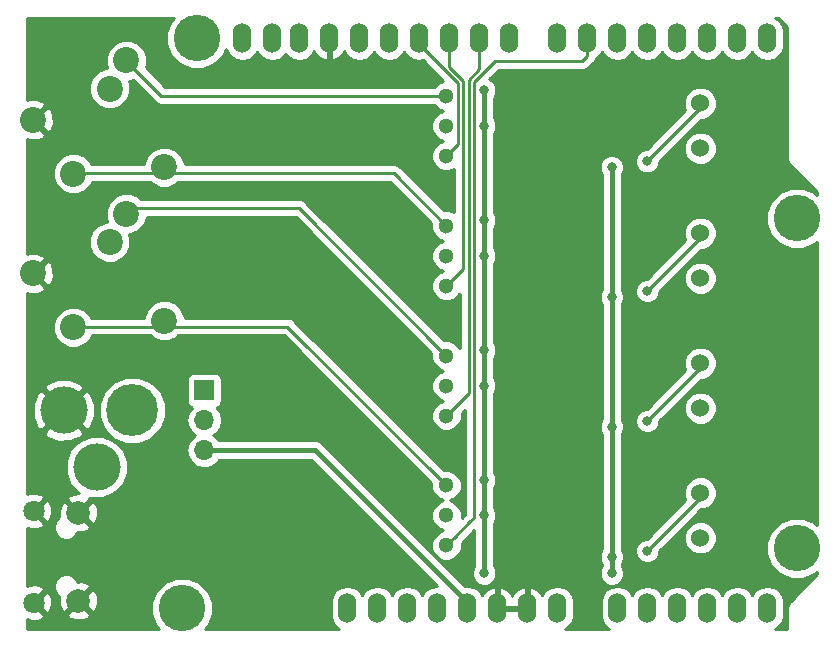
<source format=gbr>
G04 #@! TF.GenerationSoftware,KiCad,Pcbnew,(5.0.1-3-g963ef8bb5)*
G04 #@! TF.CreationDate,2019-05-15T15:03:22+02:00*
G04 #@! TF.ProjectId,HapticDriverShield,48617074696344726976657253686965,rev?*
G04 #@! TF.SameCoordinates,Original*
G04 #@! TF.FileFunction,Copper,L2,Bot,Signal*
G04 #@! TF.FilePolarity,Positive*
%FSLAX46Y46*%
G04 Gerber Fmt 4.6, Leading zero omitted, Abs format (unit mm)*
G04 Created by KiCad (PCBNEW (5.0.1-3-g963ef8bb5)) date 2019 May 15, Wednesday 15:03:22*
%MOMM*%
%LPD*%
G01*
G04 APERTURE LIST*
G04 #@! TA.AperFunction,ComponentPad*
%ADD10C,2.200000*%
G04 #@! TD*
G04 #@! TA.AperFunction,ComponentPad*
%ADD11O,1.524000X2.540000*%
G04 #@! TD*
G04 #@! TA.AperFunction,ComponentPad*
%ADD12C,3.937000*%
G04 #@! TD*
G04 #@! TA.AperFunction,ComponentPad*
%ADD13C,1.524000*%
G04 #@! TD*
G04 #@! TA.AperFunction,ComponentPad*
%ADD14C,2.000000*%
G04 #@! TD*
G04 #@! TA.AperFunction,ComponentPad*
%ADD15C,1.800000*%
G04 #@! TD*
G04 #@! TA.AperFunction,ComponentPad*
%ADD16C,4.000000*%
G04 #@! TD*
G04 #@! TA.AperFunction,ComponentPad*
%ADD17C,4.400000*%
G04 #@! TD*
G04 #@! TA.AperFunction,ComponentPad*
%ADD18C,1.300000*%
G04 #@! TD*
G04 #@! TA.AperFunction,ComponentPad*
%ADD19R,1.700000X1.700000*%
G04 #@! TD*
G04 #@! TA.AperFunction,ComponentPad*
%ADD20O,1.700000X1.700000*%
G04 #@! TD*
G04 #@! TA.AperFunction,ViaPad*
%ADD21C,0.800000*%
G04 #@! TD*
G04 #@! TA.AperFunction,Conductor*
%ADD22C,0.400000*%
G04 #@! TD*
G04 #@! TA.AperFunction,Conductor*
%ADD23C,0.250000*%
G04 #@! TD*
G04 #@! TA.AperFunction,Conductor*
%ADD24C,0.254000*%
G04 #@! TD*
G04 APERTURE END LIST*
D10*
G04 #@! TO.P,J71,R_S*
G04 #@! TO.N,N/C*
X97000000Y-93350000D03*
G04 #@! TO.P,J71,T_S*
X101600000Y-100000000D03*
G04 #@! TO.P,J71,R*
G04 #@! TO.N,AUDIO1-R*
X98400000Y-90950000D03*
G04 #@! TO.P,J71,T*
G04 #@! TO.N,AUDIO1-L*
X93900000Y-100550000D03*
G04 #@! TO.P,J71,S*
G04 #@! TO.N,GND*
X90500000Y-96000000D03*
G04 #@! TD*
G04 #@! TO.P,J70,R_S*
G04 #@! TO.N,N/C*
X97000000Y-106350000D03*
G04 #@! TO.P,J70,T_S*
X101600000Y-113000000D03*
G04 #@! TO.P,J70,R*
G04 #@! TO.N,AUDIO0-R*
X98400000Y-103950000D03*
G04 #@! TO.P,J70,T*
G04 #@! TO.N,AUDIO0-L*
X93900000Y-113550000D03*
G04 #@! TO.P,J70,S*
G04 #@! TO.N,GND*
X90500000Y-109000000D03*
G04 #@! TD*
D11*
G04 #@! TO.P,SHIELD00,NC*
G04 #@! TO.N,Net-(SHIELD00-PadNC)*
X117090000Y-137360000D03*
G04 #@! TO.P,SHIELD00,IOREF*
G04 #@! TO.N,Net-(SHIELD00-PadIOREF)*
X119630000Y-137360000D03*
G04 #@! TO.P,SHIELD00,SCL*
G04 #@! TO.N,SCL*
X108200000Y-89100000D03*
G04 #@! TO.P,SHIELD00,SDA*
G04 #@! TO.N,SDA*
X110740000Y-89100000D03*
D12*
G04 #@! TO.P,SHIELD00,*
G04 #@! TO.N,*
X103120000Y-137360000D03*
X104390000Y-89100000D03*
X155190000Y-104340000D03*
X155190000Y-132280000D03*
D11*
G04 #@! TO.P,SHIELD00,5V*
G04 #@! TO.N,5V*
X127250000Y-137360000D03*
G04 #@! TO.P,SHIELD00,AREF*
G04 #@! TO.N,Net-(SHIELD00-PadAREF)*
X113026000Y-89100000D03*
G04 #@! TO.P,SHIELD00,GND3*
G04 #@! TO.N,GND*
X115566000Y-89100000D03*
G04 #@! TO.P,SHIELD00,13*
G04 #@! TO.N,Net-(SHIELD00-Pad13)*
X118106000Y-89100000D03*
G04 #@! TO.P,SHIELD00,12*
G04 #@! TO.N,IO12*
X120646000Y-89100000D03*
G04 #@! TO.P,SHIELD00,11*
G04 #@! TO.N,IO11*
X123186000Y-89100000D03*
G04 #@! TO.P,SHIELD00,10*
G04 #@! TO.N,IO10*
X125726000Y-89100000D03*
G04 #@! TO.P,SHIELD00,9*
G04 #@! TO.N,IO9*
X128266000Y-89100000D03*
G04 #@! TO.P,SHIELD00,ee*
G04 #@! TO.N,Net-(SHIELD00-Pad8)*
X130806000Y-89100000D03*
G04 #@! TO.P,SHIELD00,7*
G04 #@! TO.N,Net-(SHIELD00-Pad7)*
X134870000Y-89100000D03*
G04 #@! TO.P,SHIELD00,6*
G04 #@! TO.N,IO6*
X137410000Y-89100000D03*
G04 #@! TO.P,SHIELD00,5*
G04 #@! TO.N,Net-(SHIELD00-Pad5)*
X139950000Y-89100000D03*
G04 #@! TO.P,SHIELD00,4*
G04 #@! TO.N,Net-(SHIELD00-Pad4)*
X142490000Y-89100000D03*
G04 #@! TO.P,SHIELD00,3*
G04 #@! TO.N,Net-(SHIELD00-Pad3)*
X145030000Y-89100000D03*
G04 #@! TO.P,SHIELD00,2*
G04 #@! TO.N,Net-(SHIELD00-Pad2)*
X147570000Y-89100000D03*
G04 #@! TO.P,SHIELD00,1*
G04 #@! TO.N,Net-(SHIELD00-Pad1)*
X150110000Y-89100000D03*
G04 #@! TO.P,SHIELD00,0*
G04 #@! TO.N,Net-(SHIELD00-Pad0)*
X152650000Y-89100000D03*
G04 #@! TO.P,SHIELD00,RST*
G04 #@! TO.N,Net-(SHIELD00-PadRST)*
X122170000Y-137360000D03*
G04 #@! TO.P,SHIELD00,3V3*
G04 #@! TO.N,Net-(SHIELD00-Pad3V3)*
X124710000Y-137360000D03*
G04 #@! TO.P,SHIELD00,GND1*
G04 #@! TO.N,GND*
X129790000Y-137360000D03*
G04 #@! TO.P,SHIELD00,GND2*
X132330000Y-137360000D03*
G04 #@! TO.P,SHIELD00,V_IN*
G04 #@! TO.N,Net-(SHIELD00-PadV_IN)*
X134870000Y-137360000D03*
G04 #@! TO.P,SHIELD00,AD2*
G04 #@! TO.N,Net-(SHIELD00-PadAD2)*
X145030000Y-137360000D03*
G04 #@! TO.P,SHIELD00,AD1*
G04 #@! TO.N,Net-(SHIELD00-PadAD1)*
X142490000Y-137360000D03*
G04 #@! TO.P,SHIELD00,AD0*
G04 #@! TO.N,Net-(SHIELD00-PadAD0)*
X139950000Y-137360000D03*
G04 #@! TO.P,SHIELD00,AD3*
G04 #@! TO.N,Net-(SHIELD00-PadAD3)*
X147570000Y-137360000D03*
G04 #@! TO.P,SHIELD00,AD4*
G04 #@! TO.N,Net-(SHIELD00-PadAD4)*
X150110000Y-137360000D03*
G04 #@! TO.P,SHIELD00,AD5*
G04 #@! TO.N,Net-(SHIELD00-PadAD5)*
X152650000Y-137360000D03*
G04 #@! TD*
D13*
G04 #@! TO.P,J00,1*
G04 #@! TO.N,Net-(J00-Pad1)*
X147000000Y-127595000D03*
G04 #@! TO.P,J00,2*
G04 #@! TO.N,Net-(J00-Pad2)*
X147000000Y-131405000D03*
G04 #@! TD*
G04 #@! TO.P,J10,2*
G04 #@! TO.N,Net-(J10-Pad2)*
X147000000Y-120405000D03*
G04 #@! TO.P,J10,1*
G04 #@! TO.N,Net-(J10-Pad1)*
X147000000Y-116595000D03*
G04 #@! TD*
G04 #@! TO.P,J20,2*
G04 #@! TO.N,Net-(J20-Pad2)*
X147000000Y-109405000D03*
G04 #@! TO.P,J20,1*
G04 #@! TO.N,Net-(J20-Pad1)*
X147000000Y-105595000D03*
G04 #@! TD*
G04 #@! TO.P,J30,1*
G04 #@! TO.N,Net-(J30-Pad1)*
X147000000Y-94595000D03*
G04 #@! TO.P,J30,2*
G04 #@! TO.N,Net-(J30-Pad2)*
X147000000Y-98405000D03*
G04 #@! TD*
D14*
G04 #@! TO.P,J60,6*
G04 #@! TO.N,GND*
X94350000Y-129275000D03*
X94350000Y-136725000D03*
D15*
X90550000Y-129125000D03*
X90550000Y-136875000D03*
G04 #@! TD*
D16*
G04 #@! TO.P,J61,3*
G04 #@! TO.N,N/C*
X95900000Y-125400000D03*
G04 #@! TO.P,J61,2*
G04 #@! TO.N,GND*
X93100000Y-120600000D03*
D17*
G04 #@! TO.P,J61,1*
G04 #@! TO.N,Net-(C60-Pad1)*
X98900000Y-120600000D03*
G04 #@! TD*
D18*
G04 #@! TO.P,SW00,1*
G04 #@! TO.N,Net-(R00-Pad1)*
X125500000Y-129500000D03*
G04 #@! TO.P,SW00,2*
G04 #@! TO.N,IO6*
X125500000Y-132040000D03*
G04 #@! TO.P,SW00,3*
G04 #@! TO.N,AUDIO0-L*
X125500000Y-126960000D03*
G04 #@! TD*
G04 #@! TO.P,SW10,3*
G04 #@! TO.N,AUDIO0-R*
X125500000Y-115960000D03*
G04 #@! TO.P,SW10,2*
G04 #@! TO.N,IO9*
X125500000Y-121040000D03*
G04 #@! TO.P,SW10,1*
G04 #@! TO.N,Net-(R10-Pad1)*
X125500000Y-118500000D03*
G04 #@! TD*
G04 #@! TO.P,SW20,1*
G04 #@! TO.N,Net-(R20-Pad1)*
X125500000Y-107500000D03*
G04 #@! TO.P,SW20,2*
G04 #@! TO.N,IO10*
X125500000Y-110040000D03*
G04 #@! TO.P,SW20,3*
G04 #@! TO.N,AUDIO1-L*
X125500000Y-104960000D03*
G04 #@! TD*
G04 #@! TO.P,SW30,3*
G04 #@! TO.N,AUDIO1-R*
X125500000Y-93960000D03*
G04 #@! TO.P,SW30,2*
G04 #@! TO.N,IO11*
X125500000Y-99040000D03*
G04 #@! TO.P,SW30,1*
G04 #@! TO.N,Net-(R30-Pad1)*
X125500000Y-96500000D03*
G04 #@! TD*
D19*
G04 #@! TO.P,JP60,1*
G04 #@! TO.N,Net-(C60-Pad1)*
X105000000Y-118900000D03*
D20*
G04 #@! TO.P,JP60,2*
G04 #@! TO.N,VDD*
X105000000Y-121440000D03*
G04 #@! TO.P,JP60,3*
G04 #@! TO.N,5V*
X105000000Y-123980000D03*
G04 #@! TD*
D21*
G04 #@! TO.N,VDD*
X139500000Y-100000000D03*
X139500000Y-122000000D03*
X139500000Y-111000000D03*
X139500000Y-133000000D03*
X128700000Y-93500000D03*
X128700000Y-96500000D03*
X128700000Y-107500000D03*
X128700000Y-104500000D03*
X128700000Y-115500000D03*
X128700000Y-118500000D03*
X128700000Y-126500000D03*
X128700000Y-129500000D03*
X128700000Y-134400000D03*
X139500000Y-134400000D03*
G04 #@! TO.N,GND*
X142000000Y-108500000D03*
X142000000Y-130500000D03*
X142000000Y-119500000D03*
X142000000Y-97500000D03*
X107500000Y-97000000D03*
X134000000Y-133000000D03*
G04 #@! TO.N,Net-(J00-Pad1)*
X142500000Y-132500000D03*
G04 #@! TO.N,Net-(J10-Pad1)*
X142500000Y-121500000D03*
G04 #@! TO.N,Net-(J20-Pad1)*
X142500000Y-110500000D03*
G04 #@! TO.N,Net-(J30-Pad1)*
X142500000Y-99500000D03*
G04 #@! TD*
D22*
G04 #@! TO.N,VDD*
X139500000Y-111000000D02*
X139500000Y-100000000D01*
X139500000Y-122000000D02*
X139500000Y-111000000D01*
X139500000Y-133000000D02*
X139500000Y-122000000D01*
X128700000Y-96500000D02*
X128700000Y-93500000D01*
X128700000Y-104500000D02*
X128700000Y-96500000D01*
X128700000Y-107500000D02*
X128700000Y-104500000D01*
X128700000Y-115500000D02*
X128700000Y-107500000D01*
X128700000Y-118500000D02*
X128700000Y-115500000D01*
X128700000Y-126500000D02*
X128700000Y-118500000D01*
X128700000Y-129500000D02*
X128700000Y-126500000D01*
X128700000Y-134400000D02*
X128700000Y-129500000D01*
X139500000Y-134400000D02*
X139500000Y-133000000D01*
D23*
G04 #@! TO.N,Net-(J00-Pad1)*
X147000000Y-128000000D02*
X147000000Y-127595000D01*
X142500000Y-132500000D02*
X147000000Y-128000000D01*
G04 #@! TO.N,Net-(J10-Pad1)*
X147000000Y-117000000D02*
X147000000Y-116595000D01*
X142500000Y-121500000D02*
X147000000Y-117000000D01*
G04 #@! TO.N,Net-(J20-Pad1)*
X147000000Y-106000000D02*
X147000000Y-105595000D01*
X142500000Y-110500000D02*
X147000000Y-106000000D01*
G04 #@! TO.N,Net-(J30-Pad1)*
X147000000Y-95000000D02*
X147000000Y-94595000D01*
X142500000Y-99500000D02*
X147000000Y-95000000D01*
G04 #@! TO.N,AUDIO0-R*
X113040000Y-103500000D02*
X125500000Y-115960000D01*
X97900000Y-103500000D02*
X113040000Y-103500000D01*
G04 #@! TO.N,AUDIO0-L*
X112040000Y-113500000D02*
X125500000Y-126960000D01*
X93400000Y-113500000D02*
X112040000Y-113500000D01*
G04 #@! TO.N,AUDIO1-L*
X121040000Y-100500000D02*
X125500000Y-104960000D01*
X93400000Y-100500000D02*
X121040000Y-100500000D01*
G04 #@! TO.N,AUDIO1-R*
X101360000Y-93960000D02*
X125500000Y-93960000D01*
X97900000Y-90500000D02*
X101360000Y-93960000D01*
D22*
G04 #@! TO.N,5V*
X106202081Y-123980000D02*
X105000000Y-123980000D01*
X114387499Y-123980000D02*
X106202081Y-123980000D01*
X127250000Y-136842501D02*
X114387499Y-123980000D01*
X127250000Y-137350501D02*
X127250000Y-136842501D01*
D23*
G04 #@! TO.N,IO6*
X126149999Y-131390001D02*
X125500000Y-132040000D01*
X127825031Y-92811379D02*
X127825031Y-129714969D01*
X129636410Y-91000000D02*
X127825031Y-92811379D01*
X137020501Y-91000000D02*
X129636410Y-91000000D01*
X127540000Y-130000000D02*
X126149999Y-131390001D01*
X137410000Y-90610501D02*
X137020501Y-91000000D01*
X127825031Y-129714969D02*
X127540000Y-130000000D01*
X137410000Y-89090501D02*
X137410000Y-90610501D01*
G04 #@! TO.N,IO9*
X127375021Y-119164979D02*
X125500000Y-121040000D01*
X127375021Y-92624979D02*
X127375021Y-119164979D01*
X128266000Y-91734000D02*
X127375021Y-92624979D01*
X128266000Y-89090501D02*
X128266000Y-91734000D01*
G04 #@! TO.N,IO10*
X126925011Y-108614989D02*
X126149999Y-109390001D01*
X126925011Y-92701102D02*
X126925011Y-108614989D01*
X126149999Y-109390001D02*
X125500000Y-110040000D01*
X125726000Y-91502091D02*
X126925011Y-92701102D01*
X125726000Y-89090501D02*
X125726000Y-91502091D01*
G04 #@! TO.N,IO11*
X126149999Y-98390001D02*
X125500000Y-99040000D01*
X126475001Y-98064999D02*
X126149999Y-98390001D01*
X123186000Y-89598501D02*
X126475001Y-92887502D01*
X126475001Y-92887502D02*
X126475001Y-98064999D01*
X123186000Y-89090501D02*
X123186000Y-89598501D01*
G04 #@! TD*
D24*
G04 #@! TO.N,GND*
G36*
X102182859Y-87625235D02*
X101786500Y-88582132D01*
X101786500Y-89617868D01*
X102182859Y-90574765D01*
X102915235Y-91307141D01*
X103872132Y-91703500D01*
X104907868Y-91703500D01*
X105864765Y-91307141D01*
X106597141Y-90574765D01*
X106847640Y-89970006D01*
X106884056Y-90153082D01*
X107192821Y-90615180D01*
X107654919Y-90923944D01*
X108200000Y-91032368D01*
X108745082Y-90923944D01*
X109207180Y-90615180D01*
X109470000Y-90221842D01*
X109732821Y-90615180D01*
X110194919Y-90923944D01*
X110740000Y-91032368D01*
X111285082Y-90923944D01*
X111747180Y-90615180D01*
X111883000Y-90411911D01*
X112018821Y-90615180D01*
X112480919Y-90923944D01*
X113026000Y-91032368D01*
X113571082Y-90923944D01*
X114033180Y-90615180D01*
X114307580Y-90204511D01*
X114323941Y-90259941D01*
X114667974Y-90685630D01*
X115148723Y-90947260D01*
X115222930Y-90962220D01*
X115439000Y-90839720D01*
X115439000Y-89227000D01*
X115419000Y-89227000D01*
X115419000Y-88973000D01*
X115439000Y-88973000D01*
X115439000Y-88953000D01*
X115693000Y-88953000D01*
X115693000Y-88973000D01*
X115713000Y-88973000D01*
X115713000Y-89227000D01*
X115693000Y-89227000D01*
X115693000Y-90839720D01*
X115909070Y-90962220D01*
X115983277Y-90947260D01*
X116464026Y-90685630D01*
X116808059Y-90259941D01*
X116824420Y-90204511D01*
X117098821Y-90615180D01*
X117560919Y-90923944D01*
X118106000Y-91032368D01*
X118651082Y-90923944D01*
X119113180Y-90615180D01*
X119376000Y-90221842D01*
X119638821Y-90615180D01*
X120100919Y-90923944D01*
X120646000Y-91032368D01*
X121191082Y-90923944D01*
X121653180Y-90615180D01*
X121916000Y-90221842D01*
X122178821Y-90615180D01*
X122640919Y-90923944D01*
X123186000Y-91032368D01*
X123485493Y-90972795D01*
X125204304Y-92691607D01*
X124772106Y-92870629D01*
X124442735Y-93200000D01*
X101674802Y-93200000D01*
X100028069Y-91553268D01*
X100135000Y-91295113D01*
X100135000Y-90604887D01*
X99870862Y-89967201D01*
X99382799Y-89479138D01*
X98745113Y-89215000D01*
X98054887Y-89215000D01*
X97417201Y-89479138D01*
X96929138Y-89967201D01*
X96665000Y-90604887D01*
X96665000Y-91295113D01*
X96797501Y-91615000D01*
X96654887Y-91615000D01*
X96017201Y-91879138D01*
X95529138Y-92367201D01*
X95265000Y-93004887D01*
X95265000Y-93695113D01*
X95529138Y-94332799D01*
X96017201Y-94820862D01*
X96654887Y-95085000D01*
X97345113Y-95085000D01*
X97982799Y-94820862D01*
X98470862Y-94332799D01*
X98735000Y-93695113D01*
X98735000Y-93004887D01*
X98602499Y-92685000D01*
X98745113Y-92685000D01*
X98932557Y-92607358D01*
X100769671Y-94444473D01*
X100812071Y-94507929D01*
X101063463Y-94675904D01*
X101285148Y-94720000D01*
X101285153Y-94720000D01*
X101360000Y-94734888D01*
X101434847Y-94720000D01*
X124442735Y-94720000D01*
X124772106Y-95049371D01*
X125208185Y-95230000D01*
X124772106Y-95410629D01*
X124410629Y-95772106D01*
X124215000Y-96244398D01*
X124215000Y-96755602D01*
X124410629Y-97227894D01*
X124772106Y-97589371D01*
X125208185Y-97770000D01*
X124772106Y-97950629D01*
X124410629Y-98312106D01*
X124215000Y-98784398D01*
X124215000Y-99295602D01*
X124410629Y-99767894D01*
X124772106Y-100129371D01*
X125244398Y-100325000D01*
X125755602Y-100325000D01*
X126165011Y-100155418D01*
X126165012Y-103844582D01*
X125755602Y-103675000D01*
X125289803Y-103675000D01*
X121630331Y-100015530D01*
X121587929Y-99952071D01*
X121336537Y-99784096D01*
X121114852Y-99740000D01*
X121114847Y-99740000D01*
X121040000Y-99725112D01*
X120965153Y-99740000D01*
X103335000Y-99740000D01*
X103335000Y-99654887D01*
X103070862Y-99017201D01*
X102582799Y-98529138D01*
X101945113Y-98265000D01*
X101254887Y-98265000D01*
X100617201Y-98529138D01*
X100129138Y-99017201D01*
X99865000Y-99654887D01*
X99865000Y-99740000D01*
X95442438Y-99740000D01*
X95370862Y-99567201D01*
X94882799Y-99079138D01*
X94245113Y-98815000D01*
X93554887Y-98815000D01*
X92917201Y-99079138D01*
X92429138Y-99567201D01*
X92165000Y-100204887D01*
X92165000Y-100895113D01*
X92429138Y-101532799D01*
X92917201Y-102020862D01*
X93554887Y-102285000D01*
X94245113Y-102285000D01*
X94882799Y-102020862D01*
X95370862Y-101532799D01*
X95483859Y-101260000D01*
X100406339Y-101260000D01*
X100617201Y-101470862D01*
X101254887Y-101735000D01*
X101945113Y-101735000D01*
X102582799Y-101470862D01*
X102793661Y-101260000D01*
X120725199Y-101260000D01*
X124215000Y-104749803D01*
X124215000Y-105215602D01*
X124410629Y-105687894D01*
X124772106Y-106049371D01*
X125208185Y-106230000D01*
X124772106Y-106410629D01*
X124410629Y-106772106D01*
X124215000Y-107244398D01*
X124215000Y-107755602D01*
X124410629Y-108227894D01*
X124772106Y-108589371D01*
X125208185Y-108770000D01*
X124772106Y-108950629D01*
X124410629Y-109312106D01*
X124215000Y-109784398D01*
X124215000Y-110295602D01*
X124410629Y-110767894D01*
X124772106Y-111129371D01*
X125244398Y-111325000D01*
X125755602Y-111325000D01*
X126227894Y-111129371D01*
X126589371Y-110767894D01*
X126615022Y-110705968D01*
X126615022Y-115294033D01*
X126589371Y-115232106D01*
X126227894Y-114870629D01*
X125755602Y-114675000D01*
X125289802Y-114675000D01*
X113630331Y-103015530D01*
X113587929Y-102952071D01*
X113336537Y-102784096D01*
X113114852Y-102740000D01*
X113114847Y-102740000D01*
X113040000Y-102725112D01*
X112965153Y-102740000D01*
X99643661Y-102740000D01*
X99382799Y-102479138D01*
X98745113Y-102215000D01*
X98054887Y-102215000D01*
X97417201Y-102479138D01*
X96929138Y-102967201D01*
X96665000Y-103604887D01*
X96665000Y-104295113D01*
X96797501Y-104615000D01*
X96654887Y-104615000D01*
X96017201Y-104879138D01*
X95529138Y-105367201D01*
X95265000Y-106004887D01*
X95265000Y-106695113D01*
X95529138Y-107332799D01*
X96017201Y-107820862D01*
X96654887Y-108085000D01*
X97345113Y-108085000D01*
X97982799Y-107820862D01*
X98470862Y-107332799D01*
X98735000Y-106695113D01*
X98735000Y-106004887D01*
X98602499Y-105685000D01*
X98745113Y-105685000D01*
X99382799Y-105420862D01*
X99870862Y-104932799D01*
X100135000Y-104295113D01*
X100135000Y-104260000D01*
X112725199Y-104260000D01*
X124215000Y-115749802D01*
X124215000Y-116215602D01*
X124410629Y-116687894D01*
X124772106Y-117049371D01*
X125208185Y-117230000D01*
X124772106Y-117410629D01*
X124410629Y-117772106D01*
X124215000Y-118244398D01*
X124215000Y-118755602D01*
X124410629Y-119227894D01*
X124772106Y-119589371D01*
X125208185Y-119770000D01*
X124772106Y-119950629D01*
X124410629Y-120312106D01*
X124215000Y-120784398D01*
X124215000Y-121295602D01*
X124410629Y-121767894D01*
X124772106Y-122129371D01*
X125244398Y-122325000D01*
X125755602Y-122325000D01*
X126227894Y-122129371D01*
X126589371Y-121767894D01*
X126785000Y-121295602D01*
X126785000Y-120829801D01*
X127065032Y-120549770D01*
X127065032Y-129400167D01*
X127055530Y-129409669D01*
X127055527Y-129409671D01*
X126785000Y-129680198D01*
X126785000Y-129244398D01*
X126589371Y-128772106D01*
X126227894Y-128410629D01*
X125791815Y-128230000D01*
X126227894Y-128049371D01*
X126589371Y-127687894D01*
X126785000Y-127215602D01*
X126785000Y-126704398D01*
X126589371Y-126232106D01*
X126227894Y-125870629D01*
X125755602Y-125675000D01*
X125289802Y-125675000D01*
X112630331Y-113015530D01*
X112587929Y-112952071D01*
X112336537Y-112784096D01*
X112114852Y-112740000D01*
X112114847Y-112740000D01*
X112040000Y-112725112D01*
X111965153Y-112740000D01*
X103335000Y-112740000D01*
X103335000Y-112654887D01*
X103070862Y-112017201D01*
X102582799Y-111529138D01*
X101945113Y-111265000D01*
X101254887Y-111265000D01*
X100617201Y-111529138D01*
X100129138Y-112017201D01*
X99865000Y-112654887D01*
X99865000Y-112740000D01*
X95442438Y-112740000D01*
X95370862Y-112567201D01*
X94882799Y-112079138D01*
X94245113Y-111815000D01*
X93554887Y-111815000D01*
X92917201Y-112079138D01*
X92429138Y-112567201D01*
X92165000Y-113204887D01*
X92165000Y-113895113D01*
X92429138Y-114532799D01*
X92917201Y-115020862D01*
X93554887Y-115285000D01*
X94245113Y-115285000D01*
X94882799Y-115020862D01*
X95370862Y-114532799D01*
X95483859Y-114260000D01*
X100406339Y-114260000D01*
X100617201Y-114470862D01*
X101254887Y-114735000D01*
X101945113Y-114735000D01*
X102582799Y-114470862D01*
X102793661Y-114260000D01*
X111725199Y-114260000D01*
X124215000Y-126749802D01*
X124215000Y-127215602D01*
X124410629Y-127687894D01*
X124772106Y-128049371D01*
X125208185Y-128230000D01*
X124772106Y-128410629D01*
X124410629Y-128772106D01*
X124215000Y-129244398D01*
X124215000Y-129755602D01*
X124410629Y-130227894D01*
X124772106Y-130589371D01*
X125208185Y-130770000D01*
X124772106Y-130950629D01*
X124410629Y-131312106D01*
X124215000Y-131784398D01*
X124215000Y-132295602D01*
X124410629Y-132767894D01*
X124772106Y-133129371D01*
X125244398Y-133325000D01*
X125755602Y-133325000D01*
X126227894Y-133129371D01*
X126589371Y-132767894D01*
X126785000Y-132295602D01*
X126785000Y-131829801D01*
X127865001Y-130749801D01*
X127865000Y-133771289D01*
X127822569Y-133813720D01*
X127665000Y-134194126D01*
X127665000Y-134605874D01*
X127822569Y-134986280D01*
X128113720Y-135277431D01*
X128494126Y-135435000D01*
X128905874Y-135435000D01*
X129286280Y-135277431D01*
X129577431Y-134986280D01*
X129735000Y-134605874D01*
X129735000Y-134194126D01*
X129577431Y-133813720D01*
X129535000Y-133771289D01*
X129535000Y-130128711D01*
X129577431Y-130086280D01*
X129735000Y-129705874D01*
X129735000Y-129294126D01*
X129577431Y-128913720D01*
X129535000Y-128871289D01*
X129535000Y-127128711D01*
X129577431Y-127086280D01*
X129735000Y-126705874D01*
X129735000Y-126294126D01*
X129577431Y-125913720D01*
X129535000Y-125871289D01*
X129535000Y-119128711D01*
X129577431Y-119086280D01*
X129735000Y-118705874D01*
X129735000Y-118294126D01*
X129577431Y-117913720D01*
X129535000Y-117871289D01*
X129535000Y-116128711D01*
X129577431Y-116086280D01*
X129735000Y-115705874D01*
X129735000Y-115294126D01*
X129577431Y-114913720D01*
X129535000Y-114871289D01*
X129535000Y-108128711D01*
X129577431Y-108086280D01*
X129735000Y-107705874D01*
X129735000Y-107294126D01*
X129577431Y-106913720D01*
X129535000Y-106871289D01*
X129535000Y-105128711D01*
X129577431Y-105086280D01*
X129735000Y-104705874D01*
X129735000Y-104294126D01*
X129577431Y-103913720D01*
X129535000Y-103871289D01*
X129535000Y-99794126D01*
X138465000Y-99794126D01*
X138465000Y-100205874D01*
X138622569Y-100586280D01*
X138665001Y-100628712D01*
X138665000Y-110371289D01*
X138622569Y-110413720D01*
X138465000Y-110794126D01*
X138465000Y-111205874D01*
X138622569Y-111586280D01*
X138665001Y-111628712D01*
X138665000Y-121371289D01*
X138622569Y-121413720D01*
X138465000Y-121794126D01*
X138465000Y-122205874D01*
X138622569Y-122586280D01*
X138665001Y-122628712D01*
X138665000Y-132371289D01*
X138622569Y-132413720D01*
X138465000Y-132794126D01*
X138465000Y-133205874D01*
X138622569Y-133586280D01*
X138665001Y-133628712D01*
X138665000Y-133771289D01*
X138622569Y-133813720D01*
X138465000Y-134194126D01*
X138465000Y-134605874D01*
X138622569Y-134986280D01*
X138913720Y-135277431D01*
X139294126Y-135435000D01*
X139705874Y-135435000D01*
X140086280Y-135277431D01*
X140377431Y-134986280D01*
X140535000Y-134605874D01*
X140535000Y-134194126D01*
X140377431Y-133813720D01*
X140335000Y-133771289D01*
X140335000Y-133628711D01*
X140377431Y-133586280D01*
X140535000Y-133205874D01*
X140535000Y-132794126D01*
X140377431Y-132413720D01*
X140335000Y-132371289D01*
X140335000Y-132294126D01*
X141465000Y-132294126D01*
X141465000Y-132705874D01*
X141622569Y-133086280D01*
X141913720Y-133377431D01*
X142294126Y-133535000D01*
X142705874Y-133535000D01*
X143086280Y-133377431D01*
X143377431Y-133086280D01*
X143535000Y-132705874D01*
X143535000Y-132539801D01*
X144947682Y-131127119D01*
X145603000Y-131127119D01*
X145603000Y-131682881D01*
X145815680Y-132196337D01*
X146208663Y-132589320D01*
X146722119Y-132802000D01*
X147277881Y-132802000D01*
X147791337Y-132589320D01*
X148184320Y-132196337D01*
X148397000Y-131682881D01*
X148397000Y-131127119D01*
X148184320Y-130613663D01*
X147791337Y-130220680D01*
X147277881Y-130008000D01*
X146722119Y-130008000D01*
X146208663Y-130220680D01*
X145815680Y-130613663D01*
X145603000Y-131127119D01*
X144947682Y-131127119D01*
X147082802Y-128992000D01*
X147277881Y-128992000D01*
X147791337Y-128779320D01*
X148184320Y-128386337D01*
X148397000Y-127872881D01*
X148397000Y-127317119D01*
X148184320Y-126803663D01*
X147791337Y-126410680D01*
X147277881Y-126198000D01*
X146722119Y-126198000D01*
X146208663Y-126410680D01*
X145815680Y-126803663D01*
X145603000Y-127317119D01*
X145603000Y-127872881D01*
X145734602Y-128190596D01*
X142460199Y-131465000D01*
X142294126Y-131465000D01*
X141913720Y-131622569D01*
X141622569Y-131913720D01*
X141465000Y-132294126D01*
X140335000Y-132294126D01*
X140335000Y-122628711D01*
X140377431Y-122586280D01*
X140535000Y-122205874D01*
X140535000Y-121794126D01*
X140377431Y-121413720D01*
X140335000Y-121371289D01*
X140335000Y-121294126D01*
X141465000Y-121294126D01*
X141465000Y-121705874D01*
X141622569Y-122086280D01*
X141913720Y-122377431D01*
X142294126Y-122535000D01*
X142705874Y-122535000D01*
X143086280Y-122377431D01*
X143377431Y-122086280D01*
X143535000Y-121705874D01*
X143535000Y-121539801D01*
X144947682Y-120127119D01*
X145603000Y-120127119D01*
X145603000Y-120682881D01*
X145815680Y-121196337D01*
X146208663Y-121589320D01*
X146722119Y-121802000D01*
X147277881Y-121802000D01*
X147791337Y-121589320D01*
X148184320Y-121196337D01*
X148397000Y-120682881D01*
X148397000Y-120127119D01*
X148184320Y-119613663D01*
X147791337Y-119220680D01*
X147277881Y-119008000D01*
X146722119Y-119008000D01*
X146208663Y-119220680D01*
X145815680Y-119613663D01*
X145603000Y-120127119D01*
X144947682Y-120127119D01*
X147082802Y-117992000D01*
X147277881Y-117992000D01*
X147791337Y-117779320D01*
X148184320Y-117386337D01*
X148397000Y-116872881D01*
X148397000Y-116317119D01*
X148184320Y-115803663D01*
X147791337Y-115410680D01*
X147277881Y-115198000D01*
X146722119Y-115198000D01*
X146208663Y-115410680D01*
X145815680Y-115803663D01*
X145603000Y-116317119D01*
X145603000Y-116872881D01*
X145734602Y-117190596D01*
X142460199Y-120465000D01*
X142294126Y-120465000D01*
X141913720Y-120622569D01*
X141622569Y-120913720D01*
X141465000Y-121294126D01*
X140335000Y-121294126D01*
X140335000Y-111628711D01*
X140377431Y-111586280D01*
X140535000Y-111205874D01*
X140535000Y-110794126D01*
X140377431Y-110413720D01*
X140335000Y-110371289D01*
X140335000Y-110294126D01*
X141465000Y-110294126D01*
X141465000Y-110705874D01*
X141622569Y-111086280D01*
X141913720Y-111377431D01*
X142294126Y-111535000D01*
X142705874Y-111535000D01*
X143086280Y-111377431D01*
X143377431Y-111086280D01*
X143535000Y-110705874D01*
X143535000Y-110539801D01*
X144947682Y-109127119D01*
X145603000Y-109127119D01*
X145603000Y-109682881D01*
X145815680Y-110196337D01*
X146208663Y-110589320D01*
X146722119Y-110802000D01*
X147277881Y-110802000D01*
X147791337Y-110589320D01*
X148184320Y-110196337D01*
X148397000Y-109682881D01*
X148397000Y-109127119D01*
X148184320Y-108613663D01*
X147791337Y-108220680D01*
X147277881Y-108008000D01*
X146722119Y-108008000D01*
X146208663Y-108220680D01*
X145815680Y-108613663D01*
X145603000Y-109127119D01*
X144947682Y-109127119D01*
X147082802Y-106992000D01*
X147277881Y-106992000D01*
X147791337Y-106779320D01*
X148184320Y-106386337D01*
X148397000Y-105872881D01*
X148397000Y-105317119D01*
X148184320Y-104803663D01*
X147791337Y-104410680D01*
X147277881Y-104198000D01*
X146722119Y-104198000D01*
X146208663Y-104410680D01*
X145815680Y-104803663D01*
X145603000Y-105317119D01*
X145603000Y-105872881D01*
X145734602Y-106190596D01*
X142460199Y-109465000D01*
X142294126Y-109465000D01*
X141913720Y-109622569D01*
X141622569Y-109913720D01*
X141465000Y-110294126D01*
X140335000Y-110294126D01*
X140335000Y-100628711D01*
X140377431Y-100586280D01*
X140535000Y-100205874D01*
X140535000Y-99794126D01*
X140377431Y-99413720D01*
X140257837Y-99294126D01*
X141465000Y-99294126D01*
X141465000Y-99705874D01*
X141622569Y-100086280D01*
X141913720Y-100377431D01*
X142294126Y-100535000D01*
X142705874Y-100535000D01*
X143086280Y-100377431D01*
X143377431Y-100086280D01*
X143535000Y-99705874D01*
X143535000Y-99539801D01*
X144947682Y-98127119D01*
X145603000Y-98127119D01*
X145603000Y-98682881D01*
X145815680Y-99196337D01*
X146208663Y-99589320D01*
X146722119Y-99802000D01*
X147277881Y-99802000D01*
X147791337Y-99589320D01*
X148184320Y-99196337D01*
X148397000Y-98682881D01*
X148397000Y-98127119D01*
X148184320Y-97613663D01*
X147791337Y-97220680D01*
X147277881Y-97008000D01*
X146722119Y-97008000D01*
X146208663Y-97220680D01*
X145815680Y-97613663D01*
X145603000Y-98127119D01*
X144947682Y-98127119D01*
X147082802Y-95992000D01*
X147277881Y-95992000D01*
X147791337Y-95779320D01*
X148184320Y-95386337D01*
X148397000Y-94872881D01*
X148397000Y-94317119D01*
X148184320Y-93803663D01*
X147791337Y-93410680D01*
X147277881Y-93198000D01*
X146722119Y-93198000D01*
X146208663Y-93410680D01*
X145815680Y-93803663D01*
X145603000Y-94317119D01*
X145603000Y-94872881D01*
X145734602Y-95190596D01*
X142460199Y-98465000D01*
X142294126Y-98465000D01*
X141913720Y-98622569D01*
X141622569Y-98913720D01*
X141465000Y-99294126D01*
X140257837Y-99294126D01*
X140086280Y-99122569D01*
X139705874Y-98965000D01*
X139294126Y-98965000D01*
X138913720Y-99122569D01*
X138622569Y-99413720D01*
X138465000Y-99794126D01*
X129535000Y-99794126D01*
X129535000Y-97128711D01*
X129577431Y-97086280D01*
X129735000Y-96705874D01*
X129735000Y-96294126D01*
X129577431Y-95913720D01*
X129535000Y-95871289D01*
X129535000Y-94128711D01*
X129577431Y-94086280D01*
X129735000Y-93705874D01*
X129735000Y-93294126D01*
X129577431Y-92913720D01*
X129286280Y-92622569D01*
X129146529Y-92564682D01*
X129951212Y-91760000D01*
X136945654Y-91760000D01*
X137020501Y-91774888D01*
X137095348Y-91760000D01*
X137095353Y-91760000D01*
X137317038Y-91715904D01*
X137568430Y-91547929D01*
X137610832Y-91484470D01*
X137894470Y-91200832D01*
X137957929Y-91158430D01*
X138089033Y-90962220D01*
X138125904Y-90907039D01*
X138147884Y-90796537D01*
X138148210Y-90794900D01*
X138417180Y-90615180D01*
X138680000Y-90221842D01*
X138942821Y-90615180D01*
X139404919Y-90923944D01*
X139950000Y-91032368D01*
X140495082Y-90923944D01*
X140957180Y-90615180D01*
X141220000Y-90221842D01*
X141482821Y-90615180D01*
X141944919Y-90923944D01*
X142490000Y-91032368D01*
X143035082Y-90923944D01*
X143497180Y-90615180D01*
X143760000Y-90221842D01*
X144022821Y-90615180D01*
X144484919Y-90923944D01*
X145030000Y-91032368D01*
X145575082Y-90923944D01*
X146037180Y-90615180D01*
X146300000Y-90221842D01*
X146562821Y-90615180D01*
X147024919Y-90923944D01*
X147570000Y-91032368D01*
X148115082Y-90923944D01*
X148577180Y-90615180D01*
X148840000Y-90221842D01*
X149102821Y-90615180D01*
X149564919Y-90923944D01*
X150110000Y-91032368D01*
X150655082Y-90923944D01*
X151117180Y-90615180D01*
X151380000Y-90221842D01*
X151642821Y-90615180D01*
X152104919Y-90923944D01*
X152650000Y-91032368D01*
X153195082Y-90923944D01*
X153657180Y-90615180D01*
X153965944Y-90153082D01*
X154047000Y-89745588D01*
X154047000Y-88454412D01*
X153965944Y-88046918D01*
X153657179Y-87584820D01*
X153358876Y-87385500D01*
X153578068Y-87385500D01*
X154364501Y-88171934D01*
X154364500Y-99178698D01*
X154348328Y-99260000D01*
X154364500Y-99341301D01*
X154364500Y-99341302D01*
X154412396Y-99582093D01*
X154594848Y-99855152D01*
X154663777Y-99901209D01*
X156904500Y-102141934D01*
X156904500Y-102372594D01*
X156664765Y-102132859D01*
X155707868Y-101736500D01*
X154672132Y-101736500D01*
X153715235Y-102132859D01*
X152982859Y-102865235D01*
X152586500Y-103822132D01*
X152586500Y-104857868D01*
X152982859Y-105814765D01*
X153715235Y-106547141D01*
X154672132Y-106943500D01*
X155707868Y-106943500D01*
X156664765Y-106547141D01*
X156904500Y-106307406D01*
X156904501Y-130312595D01*
X156664765Y-130072859D01*
X155707868Y-129676500D01*
X154672132Y-129676500D01*
X153715235Y-130072859D01*
X152982859Y-130805235D01*
X152586500Y-131762132D01*
X152586500Y-132797868D01*
X152982859Y-133754765D01*
X153715235Y-134487141D01*
X154672132Y-134883500D01*
X155707868Y-134883500D01*
X156664765Y-134487141D01*
X156904501Y-134247405D01*
X156904501Y-134478065D01*
X154663777Y-136718791D01*
X154594848Y-136764848D01*
X154412396Y-137037907D01*
X154364500Y-137278697D01*
X154348328Y-137360000D01*
X154364500Y-137441302D01*
X154364501Y-139074500D01*
X153358877Y-139074500D01*
X153657180Y-138875180D01*
X153965944Y-138413082D01*
X154047000Y-138005588D01*
X154047000Y-136714412D01*
X153965944Y-136306918D01*
X153657179Y-135844820D01*
X153195081Y-135536056D01*
X152650000Y-135427632D01*
X152104918Y-135536056D01*
X151642820Y-135844821D01*
X151380000Y-136238159D01*
X151117179Y-135844820D01*
X150655081Y-135536056D01*
X150110000Y-135427632D01*
X149564918Y-135536056D01*
X149102820Y-135844821D01*
X148840000Y-136238159D01*
X148577179Y-135844820D01*
X148115081Y-135536056D01*
X147570000Y-135427632D01*
X147024918Y-135536056D01*
X146562820Y-135844821D01*
X146300000Y-136238159D01*
X146037179Y-135844820D01*
X145575081Y-135536056D01*
X145030000Y-135427632D01*
X144484918Y-135536056D01*
X144022820Y-135844821D01*
X143760000Y-136238159D01*
X143497179Y-135844820D01*
X143035081Y-135536056D01*
X142490000Y-135427632D01*
X141944918Y-135536056D01*
X141482820Y-135844821D01*
X141220000Y-136238159D01*
X140957179Y-135844820D01*
X140495081Y-135536056D01*
X139950000Y-135427632D01*
X139404918Y-135536056D01*
X138942820Y-135844821D01*
X138634056Y-136306919D01*
X138553000Y-136714413D01*
X138553000Y-138005588D01*
X138634056Y-138413082D01*
X138942821Y-138875180D01*
X139241124Y-139074500D01*
X135578877Y-139074500D01*
X135877180Y-138875180D01*
X136185944Y-138413082D01*
X136267000Y-138005588D01*
X136267000Y-136714412D01*
X136185944Y-136306918D01*
X135877179Y-135844820D01*
X135415081Y-135536056D01*
X134870000Y-135427632D01*
X134324918Y-135536056D01*
X133862820Y-135844821D01*
X133588420Y-136255490D01*
X133572059Y-136200059D01*
X133228026Y-135774370D01*
X132747277Y-135512740D01*
X132673070Y-135497780D01*
X132457000Y-135620280D01*
X132457000Y-137233000D01*
X132477000Y-137233000D01*
X132477000Y-137487000D01*
X132457000Y-137487000D01*
X132457000Y-137507000D01*
X132203000Y-137507000D01*
X132203000Y-137487000D01*
X129917000Y-137487000D01*
X129917000Y-137507000D01*
X129663000Y-137507000D01*
X129663000Y-137487000D01*
X129643000Y-137487000D01*
X129643000Y-137233000D01*
X129663000Y-137233000D01*
X129663000Y-135620280D01*
X129917000Y-135620280D01*
X129917000Y-137233000D01*
X132203000Y-137233000D01*
X132203000Y-135620280D01*
X131986930Y-135497780D01*
X131912723Y-135512740D01*
X131431974Y-135774370D01*
X131087941Y-136200059D01*
X131060000Y-136294723D01*
X131032059Y-136200059D01*
X130688026Y-135774370D01*
X130207277Y-135512740D01*
X130133070Y-135497780D01*
X129917000Y-135620280D01*
X129663000Y-135620280D01*
X129446930Y-135497780D01*
X129372723Y-135512740D01*
X128891974Y-135774370D01*
X128547941Y-136200059D01*
X128531580Y-136255489D01*
X128257179Y-135844820D01*
X127795081Y-135536056D01*
X127250000Y-135427632D01*
X127054823Y-135466455D01*
X115036086Y-123447720D01*
X114989500Y-123377999D01*
X114713300Y-123193448D01*
X114469736Y-123145000D01*
X114469732Y-123145000D01*
X114387499Y-123128643D01*
X114305266Y-123145000D01*
X106228065Y-123145000D01*
X106070625Y-122909375D01*
X105772239Y-122710000D01*
X106070625Y-122510625D01*
X106398839Y-122019418D01*
X106514092Y-121440000D01*
X106398839Y-120860582D01*
X106070625Y-120369375D01*
X106052381Y-120357184D01*
X106097765Y-120348157D01*
X106307809Y-120207809D01*
X106448157Y-119997765D01*
X106497440Y-119750000D01*
X106497440Y-118050000D01*
X106448157Y-117802235D01*
X106307809Y-117592191D01*
X106097765Y-117451843D01*
X105850000Y-117402560D01*
X104150000Y-117402560D01*
X103902235Y-117451843D01*
X103692191Y-117592191D01*
X103551843Y-117802235D01*
X103502560Y-118050000D01*
X103502560Y-119750000D01*
X103551843Y-119997765D01*
X103692191Y-120207809D01*
X103902235Y-120348157D01*
X103947619Y-120357184D01*
X103929375Y-120369375D01*
X103601161Y-120860582D01*
X103485908Y-121440000D01*
X103601161Y-122019418D01*
X103929375Y-122510625D01*
X104227761Y-122710000D01*
X103929375Y-122909375D01*
X103601161Y-123400582D01*
X103485908Y-123980000D01*
X103601161Y-124559418D01*
X103929375Y-125050625D01*
X104420582Y-125378839D01*
X104853744Y-125465000D01*
X105146256Y-125465000D01*
X105579418Y-125378839D01*
X106070625Y-125050625D01*
X106228065Y-124815000D01*
X114041632Y-124815000D01*
X124663510Y-135436880D01*
X124164918Y-135536056D01*
X123702820Y-135844821D01*
X123440000Y-136238159D01*
X123177179Y-135844820D01*
X122715081Y-135536056D01*
X122170000Y-135427632D01*
X121624918Y-135536056D01*
X121162820Y-135844821D01*
X120900000Y-136238159D01*
X120637179Y-135844820D01*
X120175081Y-135536056D01*
X119630000Y-135427632D01*
X119084918Y-135536056D01*
X118622820Y-135844821D01*
X118360000Y-136238159D01*
X118097179Y-135844820D01*
X117635081Y-135536056D01*
X117090000Y-135427632D01*
X116544918Y-135536056D01*
X116082820Y-135844821D01*
X115774056Y-136306919D01*
X115693000Y-136714413D01*
X115693000Y-138005588D01*
X115774056Y-138413082D01*
X116082821Y-138875180D01*
X116381124Y-139074500D01*
X105087406Y-139074500D01*
X105327141Y-138834765D01*
X105723500Y-137877868D01*
X105723500Y-136842132D01*
X105327141Y-135885235D01*
X104594765Y-135152859D01*
X103637868Y-134756500D01*
X102602132Y-134756500D01*
X101645235Y-135152859D01*
X100912859Y-135885235D01*
X100516500Y-136842132D01*
X100516500Y-137877868D01*
X100912859Y-138834765D01*
X101152594Y-139074500D01*
X89975500Y-139074500D01*
X89975500Y-138299321D01*
X90309336Y-138421458D01*
X90919460Y-138395839D01*
X91364148Y-138211643D01*
X91450554Y-137955159D01*
X91372927Y-137877532D01*
X93377073Y-137877532D01*
X93475736Y-138144387D01*
X94085461Y-138370908D01*
X94735460Y-138346856D01*
X95224264Y-138144387D01*
X95322927Y-137877532D01*
X94350000Y-136904605D01*
X93377073Y-137877532D01*
X91372927Y-137877532D01*
X90550000Y-137054605D01*
X90535858Y-137068748D01*
X90356253Y-136889143D01*
X90370395Y-136875000D01*
X90729605Y-136875000D01*
X91630159Y-137775554D01*
X91886643Y-137689148D01*
X92096458Y-137115664D01*
X92070839Y-136505540D01*
X91886643Y-136060852D01*
X91630159Y-135974446D01*
X90729605Y-136875000D01*
X90370395Y-136875000D01*
X90356253Y-136860858D01*
X90535858Y-136681253D01*
X90550000Y-136695395D01*
X91450554Y-135794841D01*
X91364148Y-135538357D01*
X90790664Y-135328542D01*
X90180540Y-135354161D01*
X89975500Y-135439091D01*
X89975500Y-135294126D01*
X92265000Y-135294126D01*
X92265000Y-135705874D01*
X92422569Y-136086280D01*
X92713720Y-136377431D01*
X92732109Y-136385048D01*
X92704092Y-136460461D01*
X92728144Y-137110460D01*
X92930613Y-137599264D01*
X93197468Y-137697927D01*
X94170395Y-136725000D01*
X94529605Y-136725000D01*
X95502532Y-137697927D01*
X95769387Y-137599264D01*
X95995908Y-136989539D01*
X95971856Y-136339540D01*
X95769387Y-135850736D01*
X95502532Y-135752073D01*
X94529605Y-136725000D01*
X94170395Y-136725000D01*
X94156253Y-136710858D01*
X94335858Y-136531253D01*
X94350000Y-136545395D01*
X95322927Y-135572468D01*
X95224264Y-135305613D01*
X94614539Y-135079092D01*
X94251495Y-135092526D01*
X94177431Y-134913720D01*
X93886280Y-134622569D01*
X93505874Y-134465000D01*
X93094126Y-134465000D01*
X92713720Y-134622569D01*
X92422569Y-134913720D01*
X92265000Y-135294126D01*
X89975500Y-135294126D01*
X89975500Y-130549321D01*
X90309336Y-130671458D01*
X90919460Y-130645839D01*
X91364148Y-130461643D01*
X91420582Y-130294126D01*
X92265000Y-130294126D01*
X92265000Y-130705874D01*
X92422569Y-131086280D01*
X92713720Y-131377431D01*
X93094126Y-131535000D01*
X93505874Y-131535000D01*
X93886280Y-131377431D01*
X94177431Y-131086280D01*
X94248428Y-130914878D01*
X94735460Y-130896856D01*
X95224264Y-130694387D01*
X95322927Y-130427532D01*
X94350000Y-129454605D01*
X94335858Y-129468748D01*
X94156253Y-129289143D01*
X94170395Y-129275000D01*
X94529605Y-129275000D01*
X95502532Y-130247927D01*
X95769387Y-130149264D01*
X95995908Y-129539539D01*
X95971856Y-128889540D01*
X95769387Y-128400736D01*
X95502532Y-128302073D01*
X94529605Y-129275000D01*
X94170395Y-129275000D01*
X93197468Y-128302073D01*
X92930613Y-128400736D01*
X92704092Y-129010461D01*
X92726545Y-129617257D01*
X92713720Y-129622569D01*
X92422569Y-129913720D01*
X92265000Y-130294126D01*
X91420582Y-130294126D01*
X91450554Y-130205159D01*
X90550000Y-129304605D01*
X90535858Y-129318748D01*
X90356253Y-129139143D01*
X90370395Y-129125000D01*
X90729605Y-129125000D01*
X91630159Y-130025554D01*
X91886643Y-129939148D01*
X92096458Y-129365664D01*
X92070839Y-128755540D01*
X91886643Y-128310852D01*
X91630159Y-128224446D01*
X90729605Y-129125000D01*
X90370395Y-129125000D01*
X90356253Y-129110858D01*
X90535858Y-128931253D01*
X90550000Y-128945395D01*
X91450554Y-128044841D01*
X91364148Y-127788357D01*
X90790664Y-127578542D01*
X90180540Y-127604161D01*
X89975500Y-127689091D01*
X89975500Y-124875866D01*
X93265000Y-124875866D01*
X93265000Y-125924134D01*
X93666155Y-126892608D01*
X94407392Y-127633845D01*
X94413846Y-127636518D01*
X93964540Y-127653144D01*
X93475736Y-127855613D01*
X93377073Y-128122468D01*
X94350000Y-129095395D01*
X95322927Y-128122468D01*
X95275166Y-127993289D01*
X95375866Y-128035000D01*
X96424134Y-128035000D01*
X97392608Y-127633845D01*
X98133845Y-126892608D01*
X98535000Y-125924134D01*
X98535000Y-124875866D01*
X98133845Y-123907392D01*
X97392608Y-123166155D01*
X96424134Y-122765000D01*
X95375866Y-122765000D01*
X94407392Y-123166155D01*
X93666155Y-123907392D01*
X93265000Y-124875866D01*
X89975500Y-124875866D01*
X89975500Y-122475022D01*
X91404584Y-122475022D01*
X91625353Y-122845743D01*
X92597012Y-123239119D01*
X93645247Y-123230713D01*
X94574647Y-122845743D01*
X94795416Y-122475022D01*
X93100000Y-120779605D01*
X91404584Y-122475022D01*
X89975500Y-122475022D01*
X89975500Y-120097012D01*
X90460881Y-120097012D01*
X90469287Y-121145247D01*
X90854257Y-122074647D01*
X91224978Y-122295416D01*
X92920395Y-120600000D01*
X93279605Y-120600000D01*
X94975022Y-122295416D01*
X95345743Y-122074647D01*
X95739119Y-121102988D01*
X95730713Y-120054753D01*
X95722980Y-120036083D01*
X96065000Y-120036083D01*
X96065000Y-121163917D01*
X96496603Y-122205899D01*
X97294101Y-123003397D01*
X98336083Y-123435000D01*
X99463917Y-123435000D01*
X100505899Y-123003397D01*
X101303397Y-122205899D01*
X101735000Y-121163917D01*
X101735000Y-120036083D01*
X101303397Y-118994101D01*
X100505899Y-118196603D01*
X99463917Y-117765000D01*
X98336083Y-117765000D01*
X97294101Y-118196603D01*
X96496603Y-118994101D01*
X96065000Y-120036083D01*
X95722980Y-120036083D01*
X95345743Y-119125353D01*
X94975022Y-118904584D01*
X93279605Y-120600000D01*
X92920395Y-120600000D01*
X91224978Y-118904584D01*
X90854257Y-119125353D01*
X90460881Y-120097012D01*
X89975500Y-120097012D01*
X89975500Y-118724978D01*
X91404584Y-118724978D01*
X93100000Y-120420395D01*
X94795416Y-118724978D01*
X94574647Y-118354257D01*
X93602988Y-117960881D01*
X92554753Y-117969287D01*
X91625353Y-118354257D01*
X91404584Y-118724978D01*
X89975500Y-118724978D01*
X89975500Y-110656426D01*
X90211593Y-110745323D01*
X90901453Y-110722836D01*
X91434359Y-110502099D01*
X91545263Y-110224868D01*
X90500000Y-109179605D01*
X90485858Y-109193748D01*
X90306253Y-109014143D01*
X90320395Y-109000000D01*
X90679605Y-109000000D01*
X91724868Y-110045263D01*
X92002099Y-109934359D01*
X92245323Y-109288407D01*
X92222836Y-108598547D01*
X92002099Y-108065641D01*
X91724868Y-107954737D01*
X90679605Y-109000000D01*
X90320395Y-109000000D01*
X90306253Y-108985858D01*
X90485858Y-108806253D01*
X90500000Y-108820395D01*
X91545263Y-107775132D01*
X91434359Y-107497901D01*
X90788407Y-107254677D01*
X90098547Y-107277164D01*
X89975500Y-107328132D01*
X89975500Y-97656426D01*
X90211593Y-97745323D01*
X90901453Y-97722836D01*
X91434359Y-97502099D01*
X91545263Y-97224868D01*
X90500000Y-96179605D01*
X90485858Y-96193748D01*
X90306253Y-96014143D01*
X90320395Y-96000000D01*
X90679605Y-96000000D01*
X91724868Y-97045263D01*
X92002099Y-96934359D01*
X92245323Y-96288407D01*
X92222836Y-95598547D01*
X92002099Y-95065641D01*
X91724868Y-94954737D01*
X90679605Y-96000000D01*
X90320395Y-96000000D01*
X90306253Y-95985858D01*
X90485858Y-95806253D01*
X90500000Y-95820395D01*
X91545263Y-94775132D01*
X91434359Y-94497901D01*
X90788407Y-94254677D01*
X90098547Y-94277164D01*
X89975500Y-94328132D01*
X89975500Y-87385500D01*
X102422594Y-87385500D01*
X102182859Y-87625235D01*
X102182859Y-87625235D01*
G37*
X102182859Y-87625235D02*
X101786500Y-88582132D01*
X101786500Y-89617868D01*
X102182859Y-90574765D01*
X102915235Y-91307141D01*
X103872132Y-91703500D01*
X104907868Y-91703500D01*
X105864765Y-91307141D01*
X106597141Y-90574765D01*
X106847640Y-89970006D01*
X106884056Y-90153082D01*
X107192821Y-90615180D01*
X107654919Y-90923944D01*
X108200000Y-91032368D01*
X108745082Y-90923944D01*
X109207180Y-90615180D01*
X109470000Y-90221842D01*
X109732821Y-90615180D01*
X110194919Y-90923944D01*
X110740000Y-91032368D01*
X111285082Y-90923944D01*
X111747180Y-90615180D01*
X111883000Y-90411911D01*
X112018821Y-90615180D01*
X112480919Y-90923944D01*
X113026000Y-91032368D01*
X113571082Y-90923944D01*
X114033180Y-90615180D01*
X114307580Y-90204511D01*
X114323941Y-90259941D01*
X114667974Y-90685630D01*
X115148723Y-90947260D01*
X115222930Y-90962220D01*
X115439000Y-90839720D01*
X115439000Y-89227000D01*
X115419000Y-89227000D01*
X115419000Y-88973000D01*
X115439000Y-88973000D01*
X115439000Y-88953000D01*
X115693000Y-88953000D01*
X115693000Y-88973000D01*
X115713000Y-88973000D01*
X115713000Y-89227000D01*
X115693000Y-89227000D01*
X115693000Y-90839720D01*
X115909070Y-90962220D01*
X115983277Y-90947260D01*
X116464026Y-90685630D01*
X116808059Y-90259941D01*
X116824420Y-90204511D01*
X117098821Y-90615180D01*
X117560919Y-90923944D01*
X118106000Y-91032368D01*
X118651082Y-90923944D01*
X119113180Y-90615180D01*
X119376000Y-90221842D01*
X119638821Y-90615180D01*
X120100919Y-90923944D01*
X120646000Y-91032368D01*
X121191082Y-90923944D01*
X121653180Y-90615180D01*
X121916000Y-90221842D01*
X122178821Y-90615180D01*
X122640919Y-90923944D01*
X123186000Y-91032368D01*
X123485493Y-90972795D01*
X125204304Y-92691607D01*
X124772106Y-92870629D01*
X124442735Y-93200000D01*
X101674802Y-93200000D01*
X100028069Y-91553268D01*
X100135000Y-91295113D01*
X100135000Y-90604887D01*
X99870862Y-89967201D01*
X99382799Y-89479138D01*
X98745113Y-89215000D01*
X98054887Y-89215000D01*
X97417201Y-89479138D01*
X96929138Y-89967201D01*
X96665000Y-90604887D01*
X96665000Y-91295113D01*
X96797501Y-91615000D01*
X96654887Y-91615000D01*
X96017201Y-91879138D01*
X95529138Y-92367201D01*
X95265000Y-93004887D01*
X95265000Y-93695113D01*
X95529138Y-94332799D01*
X96017201Y-94820862D01*
X96654887Y-95085000D01*
X97345113Y-95085000D01*
X97982799Y-94820862D01*
X98470862Y-94332799D01*
X98735000Y-93695113D01*
X98735000Y-93004887D01*
X98602499Y-92685000D01*
X98745113Y-92685000D01*
X98932557Y-92607358D01*
X100769671Y-94444473D01*
X100812071Y-94507929D01*
X101063463Y-94675904D01*
X101285148Y-94720000D01*
X101285153Y-94720000D01*
X101360000Y-94734888D01*
X101434847Y-94720000D01*
X124442735Y-94720000D01*
X124772106Y-95049371D01*
X125208185Y-95230000D01*
X124772106Y-95410629D01*
X124410629Y-95772106D01*
X124215000Y-96244398D01*
X124215000Y-96755602D01*
X124410629Y-97227894D01*
X124772106Y-97589371D01*
X125208185Y-97770000D01*
X124772106Y-97950629D01*
X124410629Y-98312106D01*
X124215000Y-98784398D01*
X124215000Y-99295602D01*
X124410629Y-99767894D01*
X124772106Y-100129371D01*
X125244398Y-100325000D01*
X125755602Y-100325000D01*
X126165011Y-100155418D01*
X126165012Y-103844582D01*
X125755602Y-103675000D01*
X125289803Y-103675000D01*
X121630331Y-100015530D01*
X121587929Y-99952071D01*
X121336537Y-99784096D01*
X121114852Y-99740000D01*
X121114847Y-99740000D01*
X121040000Y-99725112D01*
X120965153Y-99740000D01*
X103335000Y-99740000D01*
X103335000Y-99654887D01*
X103070862Y-99017201D01*
X102582799Y-98529138D01*
X101945113Y-98265000D01*
X101254887Y-98265000D01*
X100617201Y-98529138D01*
X100129138Y-99017201D01*
X99865000Y-99654887D01*
X99865000Y-99740000D01*
X95442438Y-99740000D01*
X95370862Y-99567201D01*
X94882799Y-99079138D01*
X94245113Y-98815000D01*
X93554887Y-98815000D01*
X92917201Y-99079138D01*
X92429138Y-99567201D01*
X92165000Y-100204887D01*
X92165000Y-100895113D01*
X92429138Y-101532799D01*
X92917201Y-102020862D01*
X93554887Y-102285000D01*
X94245113Y-102285000D01*
X94882799Y-102020862D01*
X95370862Y-101532799D01*
X95483859Y-101260000D01*
X100406339Y-101260000D01*
X100617201Y-101470862D01*
X101254887Y-101735000D01*
X101945113Y-101735000D01*
X102582799Y-101470862D01*
X102793661Y-101260000D01*
X120725199Y-101260000D01*
X124215000Y-104749803D01*
X124215000Y-105215602D01*
X124410629Y-105687894D01*
X124772106Y-106049371D01*
X125208185Y-106230000D01*
X124772106Y-106410629D01*
X124410629Y-106772106D01*
X124215000Y-107244398D01*
X124215000Y-107755602D01*
X124410629Y-108227894D01*
X124772106Y-108589371D01*
X125208185Y-108770000D01*
X124772106Y-108950629D01*
X124410629Y-109312106D01*
X124215000Y-109784398D01*
X124215000Y-110295602D01*
X124410629Y-110767894D01*
X124772106Y-111129371D01*
X125244398Y-111325000D01*
X125755602Y-111325000D01*
X126227894Y-111129371D01*
X126589371Y-110767894D01*
X126615022Y-110705968D01*
X126615022Y-115294033D01*
X126589371Y-115232106D01*
X126227894Y-114870629D01*
X125755602Y-114675000D01*
X125289802Y-114675000D01*
X113630331Y-103015530D01*
X113587929Y-102952071D01*
X113336537Y-102784096D01*
X113114852Y-102740000D01*
X113114847Y-102740000D01*
X113040000Y-102725112D01*
X112965153Y-102740000D01*
X99643661Y-102740000D01*
X99382799Y-102479138D01*
X98745113Y-102215000D01*
X98054887Y-102215000D01*
X97417201Y-102479138D01*
X96929138Y-102967201D01*
X96665000Y-103604887D01*
X96665000Y-104295113D01*
X96797501Y-104615000D01*
X96654887Y-104615000D01*
X96017201Y-104879138D01*
X95529138Y-105367201D01*
X95265000Y-106004887D01*
X95265000Y-106695113D01*
X95529138Y-107332799D01*
X96017201Y-107820862D01*
X96654887Y-108085000D01*
X97345113Y-108085000D01*
X97982799Y-107820862D01*
X98470862Y-107332799D01*
X98735000Y-106695113D01*
X98735000Y-106004887D01*
X98602499Y-105685000D01*
X98745113Y-105685000D01*
X99382799Y-105420862D01*
X99870862Y-104932799D01*
X100135000Y-104295113D01*
X100135000Y-104260000D01*
X112725199Y-104260000D01*
X124215000Y-115749802D01*
X124215000Y-116215602D01*
X124410629Y-116687894D01*
X124772106Y-117049371D01*
X125208185Y-117230000D01*
X124772106Y-117410629D01*
X124410629Y-117772106D01*
X124215000Y-118244398D01*
X124215000Y-118755602D01*
X124410629Y-119227894D01*
X124772106Y-119589371D01*
X125208185Y-119770000D01*
X124772106Y-119950629D01*
X124410629Y-120312106D01*
X124215000Y-120784398D01*
X124215000Y-121295602D01*
X124410629Y-121767894D01*
X124772106Y-122129371D01*
X125244398Y-122325000D01*
X125755602Y-122325000D01*
X126227894Y-122129371D01*
X126589371Y-121767894D01*
X126785000Y-121295602D01*
X126785000Y-120829801D01*
X127065032Y-120549770D01*
X127065032Y-129400167D01*
X127055530Y-129409669D01*
X127055527Y-129409671D01*
X126785000Y-129680198D01*
X126785000Y-129244398D01*
X126589371Y-128772106D01*
X126227894Y-128410629D01*
X125791815Y-128230000D01*
X126227894Y-128049371D01*
X126589371Y-127687894D01*
X126785000Y-127215602D01*
X126785000Y-126704398D01*
X126589371Y-126232106D01*
X126227894Y-125870629D01*
X125755602Y-125675000D01*
X125289802Y-125675000D01*
X112630331Y-113015530D01*
X112587929Y-112952071D01*
X112336537Y-112784096D01*
X112114852Y-112740000D01*
X112114847Y-112740000D01*
X112040000Y-112725112D01*
X111965153Y-112740000D01*
X103335000Y-112740000D01*
X103335000Y-112654887D01*
X103070862Y-112017201D01*
X102582799Y-111529138D01*
X101945113Y-111265000D01*
X101254887Y-111265000D01*
X100617201Y-111529138D01*
X100129138Y-112017201D01*
X99865000Y-112654887D01*
X99865000Y-112740000D01*
X95442438Y-112740000D01*
X95370862Y-112567201D01*
X94882799Y-112079138D01*
X94245113Y-111815000D01*
X93554887Y-111815000D01*
X92917201Y-112079138D01*
X92429138Y-112567201D01*
X92165000Y-113204887D01*
X92165000Y-113895113D01*
X92429138Y-114532799D01*
X92917201Y-115020862D01*
X93554887Y-115285000D01*
X94245113Y-115285000D01*
X94882799Y-115020862D01*
X95370862Y-114532799D01*
X95483859Y-114260000D01*
X100406339Y-114260000D01*
X100617201Y-114470862D01*
X101254887Y-114735000D01*
X101945113Y-114735000D01*
X102582799Y-114470862D01*
X102793661Y-114260000D01*
X111725199Y-114260000D01*
X124215000Y-126749802D01*
X124215000Y-127215602D01*
X124410629Y-127687894D01*
X124772106Y-128049371D01*
X125208185Y-128230000D01*
X124772106Y-128410629D01*
X124410629Y-128772106D01*
X124215000Y-129244398D01*
X124215000Y-129755602D01*
X124410629Y-130227894D01*
X124772106Y-130589371D01*
X125208185Y-130770000D01*
X124772106Y-130950629D01*
X124410629Y-131312106D01*
X124215000Y-131784398D01*
X124215000Y-132295602D01*
X124410629Y-132767894D01*
X124772106Y-133129371D01*
X125244398Y-133325000D01*
X125755602Y-133325000D01*
X126227894Y-133129371D01*
X126589371Y-132767894D01*
X126785000Y-132295602D01*
X126785000Y-131829801D01*
X127865001Y-130749801D01*
X127865000Y-133771289D01*
X127822569Y-133813720D01*
X127665000Y-134194126D01*
X127665000Y-134605874D01*
X127822569Y-134986280D01*
X128113720Y-135277431D01*
X128494126Y-135435000D01*
X128905874Y-135435000D01*
X129286280Y-135277431D01*
X129577431Y-134986280D01*
X129735000Y-134605874D01*
X129735000Y-134194126D01*
X129577431Y-133813720D01*
X129535000Y-133771289D01*
X129535000Y-130128711D01*
X129577431Y-130086280D01*
X129735000Y-129705874D01*
X129735000Y-129294126D01*
X129577431Y-128913720D01*
X129535000Y-128871289D01*
X129535000Y-127128711D01*
X129577431Y-127086280D01*
X129735000Y-126705874D01*
X129735000Y-126294126D01*
X129577431Y-125913720D01*
X129535000Y-125871289D01*
X129535000Y-119128711D01*
X129577431Y-119086280D01*
X129735000Y-118705874D01*
X129735000Y-118294126D01*
X129577431Y-117913720D01*
X129535000Y-117871289D01*
X129535000Y-116128711D01*
X129577431Y-116086280D01*
X129735000Y-115705874D01*
X129735000Y-115294126D01*
X129577431Y-114913720D01*
X129535000Y-114871289D01*
X129535000Y-108128711D01*
X129577431Y-108086280D01*
X129735000Y-107705874D01*
X129735000Y-107294126D01*
X129577431Y-106913720D01*
X129535000Y-106871289D01*
X129535000Y-105128711D01*
X129577431Y-105086280D01*
X129735000Y-104705874D01*
X129735000Y-104294126D01*
X129577431Y-103913720D01*
X129535000Y-103871289D01*
X129535000Y-99794126D01*
X138465000Y-99794126D01*
X138465000Y-100205874D01*
X138622569Y-100586280D01*
X138665001Y-100628712D01*
X138665000Y-110371289D01*
X138622569Y-110413720D01*
X138465000Y-110794126D01*
X138465000Y-111205874D01*
X138622569Y-111586280D01*
X138665001Y-111628712D01*
X138665000Y-121371289D01*
X138622569Y-121413720D01*
X138465000Y-121794126D01*
X138465000Y-122205874D01*
X138622569Y-122586280D01*
X138665001Y-122628712D01*
X138665000Y-132371289D01*
X138622569Y-132413720D01*
X138465000Y-132794126D01*
X138465000Y-133205874D01*
X138622569Y-133586280D01*
X138665001Y-133628712D01*
X138665000Y-133771289D01*
X138622569Y-133813720D01*
X138465000Y-134194126D01*
X138465000Y-134605874D01*
X138622569Y-134986280D01*
X138913720Y-135277431D01*
X139294126Y-135435000D01*
X139705874Y-135435000D01*
X140086280Y-135277431D01*
X140377431Y-134986280D01*
X140535000Y-134605874D01*
X140535000Y-134194126D01*
X140377431Y-133813720D01*
X140335000Y-133771289D01*
X140335000Y-133628711D01*
X140377431Y-133586280D01*
X140535000Y-133205874D01*
X140535000Y-132794126D01*
X140377431Y-132413720D01*
X140335000Y-132371289D01*
X140335000Y-132294126D01*
X141465000Y-132294126D01*
X141465000Y-132705874D01*
X141622569Y-133086280D01*
X141913720Y-133377431D01*
X142294126Y-133535000D01*
X142705874Y-133535000D01*
X143086280Y-133377431D01*
X143377431Y-133086280D01*
X143535000Y-132705874D01*
X143535000Y-132539801D01*
X144947682Y-131127119D01*
X145603000Y-131127119D01*
X145603000Y-131682881D01*
X145815680Y-132196337D01*
X146208663Y-132589320D01*
X146722119Y-132802000D01*
X147277881Y-132802000D01*
X147791337Y-132589320D01*
X148184320Y-132196337D01*
X148397000Y-131682881D01*
X148397000Y-131127119D01*
X148184320Y-130613663D01*
X147791337Y-130220680D01*
X147277881Y-130008000D01*
X146722119Y-130008000D01*
X146208663Y-130220680D01*
X145815680Y-130613663D01*
X145603000Y-131127119D01*
X144947682Y-131127119D01*
X147082802Y-128992000D01*
X147277881Y-128992000D01*
X147791337Y-128779320D01*
X148184320Y-128386337D01*
X148397000Y-127872881D01*
X148397000Y-127317119D01*
X148184320Y-126803663D01*
X147791337Y-126410680D01*
X147277881Y-126198000D01*
X146722119Y-126198000D01*
X146208663Y-126410680D01*
X145815680Y-126803663D01*
X145603000Y-127317119D01*
X145603000Y-127872881D01*
X145734602Y-128190596D01*
X142460199Y-131465000D01*
X142294126Y-131465000D01*
X141913720Y-131622569D01*
X141622569Y-131913720D01*
X141465000Y-132294126D01*
X140335000Y-132294126D01*
X140335000Y-122628711D01*
X140377431Y-122586280D01*
X140535000Y-122205874D01*
X140535000Y-121794126D01*
X140377431Y-121413720D01*
X140335000Y-121371289D01*
X140335000Y-121294126D01*
X141465000Y-121294126D01*
X141465000Y-121705874D01*
X141622569Y-122086280D01*
X141913720Y-122377431D01*
X142294126Y-122535000D01*
X142705874Y-122535000D01*
X143086280Y-122377431D01*
X143377431Y-122086280D01*
X143535000Y-121705874D01*
X143535000Y-121539801D01*
X144947682Y-120127119D01*
X145603000Y-120127119D01*
X145603000Y-120682881D01*
X145815680Y-121196337D01*
X146208663Y-121589320D01*
X146722119Y-121802000D01*
X147277881Y-121802000D01*
X147791337Y-121589320D01*
X148184320Y-121196337D01*
X148397000Y-120682881D01*
X148397000Y-120127119D01*
X148184320Y-119613663D01*
X147791337Y-119220680D01*
X147277881Y-119008000D01*
X146722119Y-119008000D01*
X146208663Y-119220680D01*
X145815680Y-119613663D01*
X145603000Y-120127119D01*
X144947682Y-120127119D01*
X147082802Y-117992000D01*
X147277881Y-117992000D01*
X147791337Y-117779320D01*
X148184320Y-117386337D01*
X148397000Y-116872881D01*
X148397000Y-116317119D01*
X148184320Y-115803663D01*
X147791337Y-115410680D01*
X147277881Y-115198000D01*
X146722119Y-115198000D01*
X146208663Y-115410680D01*
X145815680Y-115803663D01*
X145603000Y-116317119D01*
X145603000Y-116872881D01*
X145734602Y-117190596D01*
X142460199Y-120465000D01*
X142294126Y-120465000D01*
X141913720Y-120622569D01*
X141622569Y-120913720D01*
X141465000Y-121294126D01*
X140335000Y-121294126D01*
X140335000Y-111628711D01*
X140377431Y-111586280D01*
X140535000Y-111205874D01*
X140535000Y-110794126D01*
X140377431Y-110413720D01*
X140335000Y-110371289D01*
X140335000Y-110294126D01*
X141465000Y-110294126D01*
X141465000Y-110705874D01*
X141622569Y-111086280D01*
X141913720Y-111377431D01*
X142294126Y-111535000D01*
X142705874Y-111535000D01*
X143086280Y-111377431D01*
X143377431Y-111086280D01*
X143535000Y-110705874D01*
X143535000Y-110539801D01*
X144947682Y-109127119D01*
X145603000Y-109127119D01*
X145603000Y-109682881D01*
X145815680Y-110196337D01*
X146208663Y-110589320D01*
X146722119Y-110802000D01*
X147277881Y-110802000D01*
X147791337Y-110589320D01*
X148184320Y-110196337D01*
X148397000Y-109682881D01*
X148397000Y-109127119D01*
X148184320Y-108613663D01*
X147791337Y-108220680D01*
X147277881Y-108008000D01*
X146722119Y-108008000D01*
X146208663Y-108220680D01*
X145815680Y-108613663D01*
X145603000Y-109127119D01*
X144947682Y-109127119D01*
X147082802Y-106992000D01*
X147277881Y-106992000D01*
X147791337Y-106779320D01*
X148184320Y-106386337D01*
X148397000Y-105872881D01*
X148397000Y-105317119D01*
X148184320Y-104803663D01*
X147791337Y-104410680D01*
X147277881Y-104198000D01*
X146722119Y-104198000D01*
X146208663Y-104410680D01*
X145815680Y-104803663D01*
X145603000Y-105317119D01*
X145603000Y-105872881D01*
X145734602Y-106190596D01*
X142460199Y-109465000D01*
X142294126Y-109465000D01*
X141913720Y-109622569D01*
X141622569Y-109913720D01*
X141465000Y-110294126D01*
X140335000Y-110294126D01*
X140335000Y-100628711D01*
X140377431Y-100586280D01*
X140535000Y-100205874D01*
X140535000Y-99794126D01*
X140377431Y-99413720D01*
X140257837Y-99294126D01*
X141465000Y-99294126D01*
X141465000Y-99705874D01*
X141622569Y-100086280D01*
X141913720Y-100377431D01*
X142294126Y-100535000D01*
X142705874Y-100535000D01*
X143086280Y-100377431D01*
X143377431Y-100086280D01*
X143535000Y-99705874D01*
X143535000Y-99539801D01*
X144947682Y-98127119D01*
X145603000Y-98127119D01*
X145603000Y-98682881D01*
X145815680Y-99196337D01*
X146208663Y-99589320D01*
X146722119Y-99802000D01*
X147277881Y-99802000D01*
X147791337Y-99589320D01*
X148184320Y-99196337D01*
X148397000Y-98682881D01*
X148397000Y-98127119D01*
X148184320Y-97613663D01*
X147791337Y-97220680D01*
X147277881Y-97008000D01*
X146722119Y-97008000D01*
X146208663Y-97220680D01*
X145815680Y-97613663D01*
X145603000Y-98127119D01*
X144947682Y-98127119D01*
X147082802Y-95992000D01*
X147277881Y-95992000D01*
X147791337Y-95779320D01*
X148184320Y-95386337D01*
X148397000Y-94872881D01*
X148397000Y-94317119D01*
X148184320Y-93803663D01*
X147791337Y-93410680D01*
X147277881Y-93198000D01*
X146722119Y-93198000D01*
X146208663Y-93410680D01*
X145815680Y-93803663D01*
X145603000Y-94317119D01*
X145603000Y-94872881D01*
X145734602Y-95190596D01*
X142460199Y-98465000D01*
X142294126Y-98465000D01*
X141913720Y-98622569D01*
X141622569Y-98913720D01*
X141465000Y-99294126D01*
X140257837Y-99294126D01*
X140086280Y-99122569D01*
X139705874Y-98965000D01*
X139294126Y-98965000D01*
X138913720Y-99122569D01*
X138622569Y-99413720D01*
X138465000Y-99794126D01*
X129535000Y-99794126D01*
X129535000Y-97128711D01*
X129577431Y-97086280D01*
X129735000Y-96705874D01*
X129735000Y-96294126D01*
X129577431Y-95913720D01*
X129535000Y-95871289D01*
X129535000Y-94128711D01*
X129577431Y-94086280D01*
X129735000Y-93705874D01*
X129735000Y-93294126D01*
X129577431Y-92913720D01*
X129286280Y-92622569D01*
X129146529Y-92564682D01*
X129951212Y-91760000D01*
X136945654Y-91760000D01*
X137020501Y-91774888D01*
X137095348Y-91760000D01*
X137095353Y-91760000D01*
X137317038Y-91715904D01*
X137568430Y-91547929D01*
X137610832Y-91484470D01*
X137894470Y-91200832D01*
X137957929Y-91158430D01*
X138089033Y-90962220D01*
X138125904Y-90907039D01*
X138147884Y-90796537D01*
X138148210Y-90794900D01*
X138417180Y-90615180D01*
X138680000Y-90221842D01*
X138942821Y-90615180D01*
X139404919Y-90923944D01*
X139950000Y-91032368D01*
X140495082Y-90923944D01*
X140957180Y-90615180D01*
X141220000Y-90221842D01*
X141482821Y-90615180D01*
X141944919Y-90923944D01*
X142490000Y-91032368D01*
X143035082Y-90923944D01*
X143497180Y-90615180D01*
X143760000Y-90221842D01*
X144022821Y-90615180D01*
X144484919Y-90923944D01*
X145030000Y-91032368D01*
X145575082Y-90923944D01*
X146037180Y-90615180D01*
X146300000Y-90221842D01*
X146562821Y-90615180D01*
X147024919Y-90923944D01*
X147570000Y-91032368D01*
X148115082Y-90923944D01*
X148577180Y-90615180D01*
X148840000Y-90221842D01*
X149102821Y-90615180D01*
X149564919Y-90923944D01*
X150110000Y-91032368D01*
X150655082Y-90923944D01*
X151117180Y-90615180D01*
X151380000Y-90221842D01*
X151642821Y-90615180D01*
X152104919Y-90923944D01*
X152650000Y-91032368D01*
X153195082Y-90923944D01*
X153657180Y-90615180D01*
X153965944Y-90153082D01*
X154047000Y-89745588D01*
X154047000Y-88454412D01*
X153965944Y-88046918D01*
X153657179Y-87584820D01*
X153358876Y-87385500D01*
X153578068Y-87385500D01*
X154364501Y-88171934D01*
X154364500Y-99178698D01*
X154348328Y-99260000D01*
X154364500Y-99341301D01*
X154364500Y-99341302D01*
X154412396Y-99582093D01*
X154594848Y-99855152D01*
X154663777Y-99901209D01*
X156904500Y-102141934D01*
X156904500Y-102372594D01*
X156664765Y-102132859D01*
X155707868Y-101736500D01*
X154672132Y-101736500D01*
X153715235Y-102132859D01*
X152982859Y-102865235D01*
X152586500Y-103822132D01*
X152586500Y-104857868D01*
X152982859Y-105814765D01*
X153715235Y-106547141D01*
X154672132Y-106943500D01*
X155707868Y-106943500D01*
X156664765Y-106547141D01*
X156904500Y-106307406D01*
X156904501Y-130312595D01*
X156664765Y-130072859D01*
X155707868Y-129676500D01*
X154672132Y-129676500D01*
X153715235Y-130072859D01*
X152982859Y-130805235D01*
X152586500Y-131762132D01*
X152586500Y-132797868D01*
X152982859Y-133754765D01*
X153715235Y-134487141D01*
X154672132Y-134883500D01*
X155707868Y-134883500D01*
X156664765Y-134487141D01*
X156904501Y-134247405D01*
X156904501Y-134478065D01*
X154663777Y-136718791D01*
X154594848Y-136764848D01*
X154412396Y-137037907D01*
X154364500Y-137278697D01*
X154348328Y-137360000D01*
X154364500Y-137441302D01*
X154364501Y-139074500D01*
X153358877Y-139074500D01*
X153657180Y-138875180D01*
X153965944Y-138413082D01*
X154047000Y-138005588D01*
X154047000Y-136714412D01*
X153965944Y-136306918D01*
X153657179Y-135844820D01*
X153195081Y-135536056D01*
X152650000Y-135427632D01*
X152104918Y-135536056D01*
X151642820Y-135844821D01*
X151380000Y-136238159D01*
X151117179Y-135844820D01*
X150655081Y-135536056D01*
X150110000Y-135427632D01*
X149564918Y-135536056D01*
X149102820Y-135844821D01*
X148840000Y-136238159D01*
X148577179Y-135844820D01*
X148115081Y-135536056D01*
X147570000Y-135427632D01*
X147024918Y-135536056D01*
X146562820Y-135844821D01*
X146300000Y-136238159D01*
X146037179Y-135844820D01*
X145575081Y-135536056D01*
X145030000Y-135427632D01*
X144484918Y-135536056D01*
X144022820Y-135844821D01*
X143760000Y-136238159D01*
X143497179Y-135844820D01*
X143035081Y-135536056D01*
X142490000Y-135427632D01*
X141944918Y-135536056D01*
X141482820Y-135844821D01*
X141220000Y-136238159D01*
X140957179Y-135844820D01*
X140495081Y-135536056D01*
X139950000Y-135427632D01*
X139404918Y-135536056D01*
X138942820Y-135844821D01*
X138634056Y-136306919D01*
X138553000Y-136714413D01*
X138553000Y-138005588D01*
X138634056Y-138413082D01*
X138942821Y-138875180D01*
X139241124Y-139074500D01*
X135578877Y-139074500D01*
X135877180Y-138875180D01*
X136185944Y-138413082D01*
X136267000Y-138005588D01*
X136267000Y-136714412D01*
X136185944Y-136306918D01*
X135877179Y-135844820D01*
X135415081Y-135536056D01*
X134870000Y-135427632D01*
X134324918Y-135536056D01*
X133862820Y-135844821D01*
X133588420Y-136255490D01*
X133572059Y-136200059D01*
X133228026Y-135774370D01*
X132747277Y-135512740D01*
X132673070Y-135497780D01*
X132457000Y-135620280D01*
X132457000Y-137233000D01*
X132477000Y-137233000D01*
X132477000Y-137487000D01*
X132457000Y-137487000D01*
X132457000Y-137507000D01*
X132203000Y-137507000D01*
X132203000Y-137487000D01*
X129917000Y-137487000D01*
X129917000Y-137507000D01*
X129663000Y-137507000D01*
X129663000Y-137487000D01*
X129643000Y-137487000D01*
X129643000Y-137233000D01*
X129663000Y-137233000D01*
X129663000Y-135620280D01*
X129917000Y-135620280D01*
X129917000Y-137233000D01*
X132203000Y-137233000D01*
X132203000Y-135620280D01*
X131986930Y-135497780D01*
X131912723Y-135512740D01*
X131431974Y-135774370D01*
X131087941Y-136200059D01*
X131060000Y-136294723D01*
X131032059Y-136200059D01*
X130688026Y-135774370D01*
X130207277Y-135512740D01*
X130133070Y-135497780D01*
X129917000Y-135620280D01*
X129663000Y-135620280D01*
X129446930Y-135497780D01*
X129372723Y-135512740D01*
X128891974Y-135774370D01*
X128547941Y-136200059D01*
X128531580Y-136255489D01*
X128257179Y-135844820D01*
X127795081Y-135536056D01*
X127250000Y-135427632D01*
X127054823Y-135466455D01*
X115036086Y-123447720D01*
X114989500Y-123377999D01*
X114713300Y-123193448D01*
X114469736Y-123145000D01*
X114469732Y-123145000D01*
X114387499Y-123128643D01*
X114305266Y-123145000D01*
X106228065Y-123145000D01*
X106070625Y-122909375D01*
X105772239Y-122710000D01*
X106070625Y-122510625D01*
X106398839Y-122019418D01*
X106514092Y-121440000D01*
X106398839Y-120860582D01*
X106070625Y-120369375D01*
X106052381Y-120357184D01*
X106097765Y-120348157D01*
X106307809Y-120207809D01*
X106448157Y-119997765D01*
X106497440Y-119750000D01*
X106497440Y-118050000D01*
X106448157Y-117802235D01*
X106307809Y-117592191D01*
X106097765Y-117451843D01*
X105850000Y-117402560D01*
X104150000Y-117402560D01*
X103902235Y-117451843D01*
X103692191Y-117592191D01*
X103551843Y-117802235D01*
X103502560Y-118050000D01*
X103502560Y-119750000D01*
X103551843Y-119997765D01*
X103692191Y-120207809D01*
X103902235Y-120348157D01*
X103947619Y-120357184D01*
X103929375Y-120369375D01*
X103601161Y-120860582D01*
X103485908Y-121440000D01*
X103601161Y-122019418D01*
X103929375Y-122510625D01*
X104227761Y-122710000D01*
X103929375Y-122909375D01*
X103601161Y-123400582D01*
X103485908Y-123980000D01*
X103601161Y-124559418D01*
X103929375Y-125050625D01*
X104420582Y-125378839D01*
X104853744Y-125465000D01*
X105146256Y-125465000D01*
X105579418Y-125378839D01*
X106070625Y-125050625D01*
X106228065Y-124815000D01*
X114041632Y-124815000D01*
X124663510Y-135436880D01*
X124164918Y-135536056D01*
X123702820Y-135844821D01*
X123440000Y-136238159D01*
X123177179Y-135844820D01*
X122715081Y-135536056D01*
X122170000Y-135427632D01*
X121624918Y-135536056D01*
X121162820Y-135844821D01*
X120900000Y-136238159D01*
X120637179Y-135844820D01*
X120175081Y-135536056D01*
X119630000Y-135427632D01*
X119084918Y-135536056D01*
X118622820Y-135844821D01*
X118360000Y-136238159D01*
X118097179Y-135844820D01*
X117635081Y-135536056D01*
X117090000Y-135427632D01*
X116544918Y-135536056D01*
X116082820Y-135844821D01*
X115774056Y-136306919D01*
X115693000Y-136714413D01*
X115693000Y-138005588D01*
X115774056Y-138413082D01*
X116082821Y-138875180D01*
X116381124Y-139074500D01*
X105087406Y-139074500D01*
X105327141Y-138834765D01*
X105723500Y-137877868D01*
X105723500Y-136842132D01*
X105327141Y-135885235D01*
X104594765Y-135152859D01*
X103637868Y-134756500D01*
X102602132Y-134756500D01*
X101645235Y-135152859D01*
X100912859Y-135885235D01*
X100516500Y-136842132D01*
X100516500Y-137877868D01*
X100912859Y-138834765D01*
X101152594Y-139074500D01*
X89975500Y-139074500D01*
X89975500Y-138299321D01*
X90309336Y-138421458D01*
X90919460Y-138395839D01*
X91364148Y-138211643D01*
X91450554Y-137955159D01*
X91372927Y-137877532D01*
X93377073Y-137877532D01*
X93475736Y-138144387D01*
X94085461Y-138370908D01*
X94735460Y-138346856D01*
X95224264Y-138144387D01*
X95322927Y-137877532D01*
X94350000Y-136904605D01*
X93377073Y-137877532D01*
X91372927Y-137877532D01*
X90550000Y-137054605D01*
X90535858Y-137068748D01*
X90356253Y-136889143D01*
X90370395Y-136875000D01*
X90729605Y-136875000D01*
X91630159Y-137775554D01*
X91886643Y-137689148D01*
X92096458Y-137115664D01*
X92070839Y-136505540D01*
X91886643Y-136060852D01*
X91630159Y-135974446D01*
X90729605Y-136875000D01*
X90370395Y-136875000D01*
X90356253Y-136860858D01*
X90535858Y-136681253D01*
X90550000Y-136695395D01*
X91450554Y-135794841D01*
X91364148Y-135538357D01*
X90790664Y-135328542D01*
X90180540Y-135354161D01*
X89975500Y-135439091D01*
X89975500Y-135294126D01*
X92265000Y-135294126D01*
X92265000Y-135705874D01*
X92422569Y-136086280D01*
X92713720Y-136377431D01*
X92732109Y-136385048D01*
X92704092Y-136460461D01*
X92728144Y-137110460D01*
X92930613Y-137599264D01*
X93197468Y-137697927D01*
X94170395Y-136725000D01*
X94529605Y-136725000D01*
X95502532Y-137697927D01*
X95769387Y-137599264D01*
X95995908Y-136989539D01*
X95971856Y-136339540D01*
X95769387Y-135850736D01*
X95502532Y-135752073D01*
X94529605Y-136725000D01*
X94170395Y-136725000D01*
X94156253Y-136710858D01*
X94335858Y-136531253D01*
X94350000Y-136545395D01*
X95322927Y-135572468D01*
X95224264Y-135305613D01*
X94614539Y-135079092D01*
X94251495Y-135092526D01*
X94177431Y-134913720D01*
X93886280Y-134622569D01*
X93505874Y-134465000D01*
X93094126Y-134465000D01*
X92713720Y-134622569D01*
X92422569Y-134913720D01*
X92265000Y-135294126D01*
X89975500Y-135294126D01*
X89975500Y-130549321D01*
X90309336Y-130671458D01*
X90919460Y-130645839D01*
X91364148Y-130461643D01*
X91420582Y-130294126D01*
X92265000Y-130294126D01*
X92265000Y-130705874D01*
X92422569Y-131086280D01*
X92713720Y-131377431D01*
X93094126Y-131535000D01*
X93505874Y-131535000D01*
X93886280Y-131377431D01*
X94177431Y-131086280D01*
X94248428Y-130914878D01*
X94735460Y-130896856D01*
X95224264Y-130694387D01*
X95322927Y-130427532D01*
X94350000Y-129454605D01*
X94335858Y-129468748D01*
X94156253Y-129289143D01*
X94170395Y-129275000D01*
X94529605Y-129275000D01*
X95502532Y-130247927D01*
X95769387Y-130149264D01*
X95995908Y-129539539D01*
X95971856Y-128889540D01*
X95769387Y-128400736D01*
X95502532Y-128302073D01*
X94529605Y-129275000D01*
X94170395Y-129275000D01*
X93197468Y-128302073D01*
X92930613Y-128400736D01*
X92704092Y-129010461D01*
X92726545Y-129617257D01*
X92713720Y-129622569D01*
X92422569Y-129913720D01*
X92265000Y-130294126D01*
X91420582Y-130294126D01*
X91450554Y-130205159D01*
X90550000Y-129304605D01*
X90535858Y-129318748D01*
X90356253Y-129139143D01*
X90370395Y-129125000D01*
X90729605Y-129125000D01*
X91630159Y-130025554D01*
X91886643Y-129939148D01*
X92096458Y-129365664D01*
X92070839Y-128755540D01*
X91886643Y-128310852D01*
X91630159Y-128224446D01*
X90729605Y-129125000D01*
X90370395Y-129125000D01*
X90356253Y-129110858D01*
X90535858Y-128931253D01*
X90550000Y-128945395D01*
X91450554Y-128044841D01*
X91364148Y-127788357D01*
X90790664Y-127578542D01*
X90180540Y-127604161D01*
X89975500Y-127689091D01*
X89975500Y-124875866D01*
X93265000Y-124875866D01*
X93265000Y-125924134D01*
X93666155Y-126892608D01*
X94407392Y-127633845D01*
X94413846Y-127636518D01*
X93964540Y-127653144D01*
X93475736Y-127855613D01*
X93377073Y-128122468D01*
X94350000Y-129095395D01*
X95322927Y-128122468D01*
X95275166Y-127993289D01*
X95375866Y-128035000D01*
X96424134Y-128035000D01*
X97392608Y-127633845D01*
X98133845Y-126892608D01*
X98535000Y-125924134D01*
X98535000Y-124875866D01*
X98133845Y-123907392D01*
X97392608Y-123166155D01*
X96424134Y-122765000D01*
X95375866Y-122765000D01*
X94407392Y-123166155D01*
X93666155Y-123907392D01*
X93265000Y-124875866D01*
X89975500Y-124875866D01*
X89975500Y-122475022D01*
X91404584Y-122475022D01*
X91625353Y-122845743D01*
X92597012Y-123239119D01*
X93645247Y-123230713D01*
X94574647Y-122845743D01*
X94795416Y-122475022D01*
X93100000Y-120779605D01*
X91404584Y-122475022D01*
X89975500Y-122475022D01*
X89975500Y-120097012D01*
X90460881Y-120097012D01*
X90469287Y-121145247D01*
X90854257Y-122074647D01*
X91224978Y-122295416D01*
X92920395Y-120600000D01*
X93279605Y-120600000D01*
X94975022Y-122295416D01*
X95345743Y-122074647D01*
X95739119Y-121102988D01*
X95730713Y-120054753D01*
X95722980Y-120036083D01*
X96065000Y-120036083D01*
X96065000Y-121163917D01*
X96496603Y-122205899D01*
X97294101Y-123003397D01*
X98336083Y-123435000D01*
X99463917Y-123435000D01*
X100505899Y-123003397D01*
X101303397Y-122205899D01*
X101735000Y-121163917D01*
X101735000Y-120036083D01*
X101303397Y-118994101D01*
X100505899Y-118196603D01*
X99463917Y-117765000D01*
X98336083Y-117765000D01*
X97294101Y-118196603D01*
X96496603Y-118994101D01*
X96065000Y-120036083D01*
X95722980Y-120036083D01*
X95345743Y-119125353D01*
X94975022Y-118904584D01*
X93279605Y-120600000D01*
X92920395Y-120600000D01*
X91224978Y-118904584D01*
X90854257Y-119125353D01*
X90460881Y-120097012D01*
X89975500Y-120097012D01*
X89975500Y-118724978D01*
X91404584Y-118724978D01*
X93100000Y-120420395D01*
X94795416Y-118724978D01*
X94574647Y-118354257D01*
X93602988Y-117960881D01*
X92554753Y-117969287D01*
X91625353Y-118354257D01*
X91404584Y-118724978D01*
X89975500Y-118724978D01*
X89975500Y-110656426D01*
X90211593Y-110745323D01*
X90901453Y-110722836D01*
X91434359Y-110502099D01*
X91545263Y-110224868D01*
X90500000Y-109179605D01*
X90485858Y-109193748D01*
X90306253Y-109014143D01*
X90320395Y-109000000D01*
X90679605Y-109000000D01*
X91724868Y-110045263D01*
X92002099Y-109934359D01*
X92245323Y-109288407D01*
X92222836Y-108598547D01*
X92002099Y-108065641D01*
X91724868Y-107954737D01*
X90679605Y-109000000D01*
X90320395Y-109000000D01*
X90306253Y-108985858D01*
X90485858Y-108806253D01*
X90500000Y-108820395D01*
X91545263Y-107775132D01*
X91434359Y-107497901D01*
X90788407Y-107254677D01*
X90098547Y-107277164D01*
X89975500Y-107328132D01*
X89975500Y-97656426D01*
X90211593Y-97745323D01*
X90901453Y-97722836D01*
X91434359Y-97502099D01*
X91545263Y-97224868D01*
X90500000Y-96179605D01*
X90485858Y-96193748D01*
X90306253Y-96014143D01*
X90320395Y-96000000D01*
X90679605Y-96000000D01*
X91724868Y-97045263D01*
X92002099Y-96934359D01*
X92245323Y-96288407D01*
X92222836Y-95598547D01*
X92002099Y-95065641D01*
X91724868Y-94954737D01*
X90679605Y-96000000D01*
X90320395Y-96000000D01*
X90306253Y-95985858D01*
X90485858Y-95806253D01*
X90500000Y-95820395D01*
X91545263Y-94775132D01*
X91434359Y-94497901D01*
X90788407Y-94254677D01*
X90098547Y-94277164D01*
X89975500Y-94328132D01*
X89975500Y-87385500D01*
X102422594Y-87385500D01*
X102182859Y-87625235D01*
G04 #@! TD*
M02*

</source>
